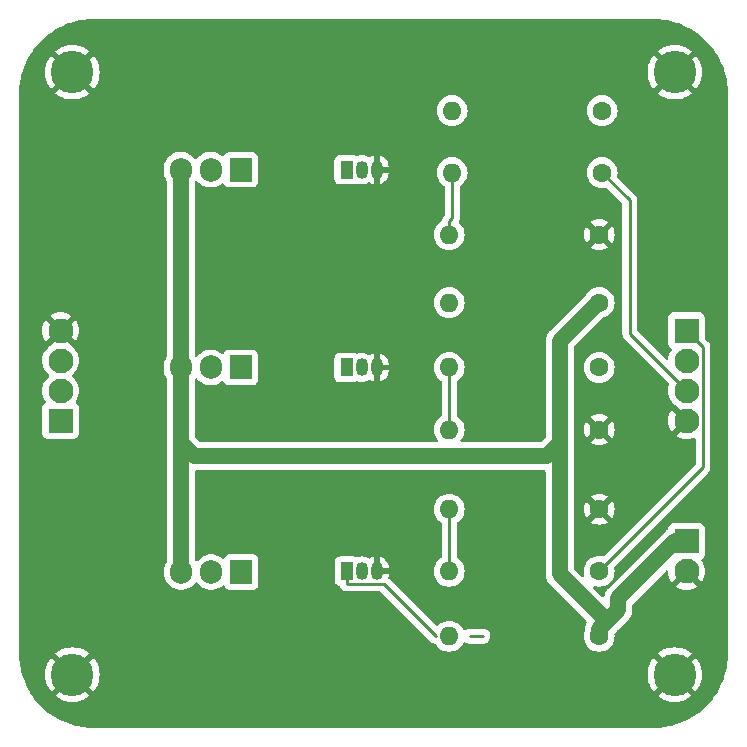
<source format=gbr>
%TF.GenerationSoftware,KiCad,Pcbnew,7.0.8*%
%TF.CreationDate,2023-11-11T13:48:29-05:00*%
%TF.ProjectId,StackLight,53746163-6b4c-4696-9768-742e6b696361,rev?*%
%TF.SameCoordinates,Original*%
%TF.FileFunction,Copper,L2,Bot*%
%TF.FilePolarity,Positive*%
%FSLAX46Y46*%
G04 Gerber Fmt 4.6, Leading zero omitted, Abs format (unit mm)*
G04 Created by KiCad (PCBNEW 7.0.8) date 2023-11-11 13:48:29*
%MOMM*%
%LPD*%
G01*
G04 APERTURE LIST*
%TA.AperFunction,ComponentPad*%
%ADD10R,1.905000X2.000000*%
%TD*%
%TA.AperFunction,ComponentPad*%
%ADD11O,1.905000X2.000000*%
%TD*%
%TA.AperFunction,ComponentPad*%
%ADD12C,3.600000*%
%TD*%
%TA.AperFunction,ComponentPad*%
%ADD13C,1.600000*%
%TD*%
%TA.AperFunction,ComponentPad*%
%ADD14O,1.600000X1.600000*%
%TD*%
%TA.AperFunction,ComponentPad*%
%ADD15R,1.050000X1.500000*%
%TD*%
%TA.AperFunction,ComponentPad*%
%ADD16O,1.050000X1.500000*%
%TD*%
%TA.AperFunction,ComponentPad*%
%ADD17R,2.100000X2.100000*%
%TD*%
%TA.AperFunction,ComponentPad*%
%ADD18C,2.100000*%
%TD*%
%TA.AperFunction,Conductor*%
%ADD19C,1.370000*%
%TD*%
%TA.AperFunction,Conductor*%
%ADD20C,0.250000*%
%TD*%
G04 APERTURE END LIST*
D10*
%TO.P,Q4,1,G*%
%TO.N,Net-(Q3-D)*%
X124500000Y-97250000D03*
D11*
%TO.P,Q4,2,D*%
%TO.N,LED_2*%
X121960000Y-97250000D03*
%TO.P,Q4,3,S*%
%TO.N,+12V*%
X119420000Y-97250000D03*
%TD*%
D12*
%TO.P,H2,1,1*%
%TO.N,LED_GND*%
X161250000Y-72250000D03*
%TD*%
D13*
%TO.P,R5,1*%
%TO.N,ARD_2*%
X154850000Y-97250000D03*
D14*
%TO.P,R5,2*%
%TO.N,Net-(Q3-G)*%
X142150000Y-97250000D03*
%TD*%
D15*
%TO.P,Q1,1,D*%
%TO.N,Net-(Q1-D)*%
X133480000Y-114500000D03*
D16*
%TO.P,Q1,2,G*%
%TO.N,Net-(Q1-G)*%
X134750000Y-114500000D03*
%TO.P,Q1,3,S*%
%TO.N,LED_GND*%
X136020000Y-114500000D03*
%TD*%
D13*
%TO.P,R3,1*%
%TO.N,LED_GND*%
X154850000Y-109250000D03*
D14*
%TO.P,R3,2*%
%TO.N,Net-(Q1-G)*%
X142150000Y-109250000D03*
%TD*%
D10*
%TO.P,Q6,1,G*%
%TO.N,Net-(Q5-D)*%
X124500000Y-80500000D03*
D11*
%TO.P,Q6,2,D*%
%TO.N,LED_3*%
X121960000Y-80500000D03*
%TO.P,Q6,3,S*%
%TO.N,+12V*%
X119420000Y-80500000D03*
%TD*%
D12*
%TO.P,H3,1,1*%
%TO.N,LED_GND*%
X110250000Y-123250000D03*
%TD*%
%TO.P,H1,1,1*%
%TO.N,LED_GND*%
X110250000Y-72250000D03*
%TD*%
D17*
%TO.P,J3,1,Pin_1*%
%TO.N,+12V*%
X162250000Y-111980000D03*
D18*
%TO.P,J3,2,Pin_2*%
%TO.N,LED_GND*%
X162250000Y-114520000D03*
%TD*%
D13*
%TO.P,R8,1*%
%TO.N,ARD_3*%
X155100000Y-80750000D03*
D14*
%TO.P,R8,2*%
%TO.N,Net-(Q5-G)*%
X142400000Y-80750000D03*
%TD*%
D15*
%TO.P,Q3,1,D*%
%TO.N,Net-(Q3-D)*%
X133460000Y-97250000D03*
D16*
%TO.P,Q3,2,G*%
%TO.N,Net-(Q3-G)*%
X134730000Y-97250000D03*
%TO.P,Q3,3,S*%
%TO.N,LED_GND*%
X136000000Y-97250000D03*
%TD*%
D13*
%TO.P,R6,1*%
%TO.N,+12V*%
X154850000Y-91750000D03*
D14*
%TO.P,R6,2*%
%TO.N,Net-(Q3-D)*%
X142150000Y-91750000D03*
%TD*%
D15*
%TO.P,Q5,1,D*%
%TO.N,Net-(Q5-D)*%
X133460000Y-80500000D03*
D16*
%TO.P,Q5,2,G*%
%TO.N,Net-(Q5-G)*%
X134730000Y-80500000D03*
%TO.P,Q5,3,S*%
%TO.N,LED_GND*%
X136000000Y-80500000D03*
%TD*%
D13*
%TO.P,R9,1*%
%TO.N,+12V*%
X155100000Y-75500000D03*
D14*
%TO.P,R9,2*%
%TO.N,Net-(Q5-D)*%
X142400000Y-75500000D03*
%TD*%
D17*
%TO.P,J2,1,Pin_1*%
%TO.N,LED_1*%
X109250000Y-101740000D03*
D18*
%TO.P,J2,2,Pin_2*%
%TO.N,LED_2*%
X109250000Y-99200000D03*
%TO.P,J2,3,Pin_3*%
%TO.N,LED_3*%
X109250000Y-96660000D03*
%TO.P,J2,4,Pin_4*%
%TO.N,LED_GND*%
X109250000Y-94120000D03*
%TD*%
D13*
%TO.P,R7,1*%
%TO.N,LED_GND*%
X154850000Y-86000000D03*
D14*
%TO.P,R7,2*%
%TO.N,Net-(Q5-G)*%
X142150000Y-86000000D03*
%TD*%
D10*
%TO.P,Q2,1,G*%
%TO.N,Net-(Q1-D)*%
X124540000Y-114555000D03*
D11*
%TO.P,Q2,2,D*%
%TO.N,LED_1*%
X122000000Y-114555000D03*
%TO.P,Q2,3,S*%
%TO.N,+12V*%
X119460000Y-114555000D03*
%TD*%
D17*
%TO.P,J1,1,Pin_1*%
%TO.N,ARD_1*%
X162250000Y-94130000D03*
D18*
%TO.P,J1,2,Pin_2*%
%TO.N,ARD_2*%
X162250000Y-96670000D03*
%TO.P,J1,3,Pin_3*%
%TO.N,ARD_3*%
X162250000Y-99210000D03*
%TO.P,J1,4,Pin_4*%
%TO.N,LED_GND*%
X162250000Y-101750000D03*
%TD*%
D13*
%TO.P,R2,1*%
%TO.N,ARD_1*%
X154850000Y-114500000D03*
D14*
%TO.P,R2,2*%
%TO.N,Net-(Q1-G)*%
X142150000Y-114500000D03*
%TD*%
D12*
%TO.P,H4,1,1*%
%TO.N,LED_GND*%
X161250000Y-123250000D03*
%TD*%
D13*
%TO.P,R1,1*%
%TO.N,+12V*%
X154850000Y-120000000D03*
D14*
%TO.P,R1,2*%
%TO.N,Net-(Q1-D)*%
X142150000Y-120000000D03*
%TD*%
D13*
%TO.P,R4,1*%
%TO.N,LED_GND*%
X154850000Y-102500000D03*
D14*
%TO.P,R4,2*%
%TO.N,Net-(Q3-G)*%
X142150000Y-102500000D03*
%TD*%
D19*
%TO.N,+12V*%
X120557000Y-104750000D02*
X119460000Y-103653000D01*
X150403000Y-104750000D02*
X120557000Y-104750000D01*
X151500000Y-103653000D02*
X150403000Y-104750000D01*
X154750000Y-91750000D02*
X154850000Y-91750000D01*
X151500000Y-95000000D02*
X154750000Y-91750000D01*
X151500000Y-103653000D02*
X151500000Y-95000000D01*
X155490000Y-118740000D02*
X151500000Y-114750000D01*
X155490000Y-118740000D02*
X154850000Y-119380000D01*
X151500000Y-114750000D02*
X151500000Y-103653000D01*
X156469000Y-117761000D02*
X155490000Y-118740000D01*
X156469000Y-116781000D02*
X156469000Y-117761000D01*
X161270000Y-111980000D02*
X156469000Y-116781000D01*
X162250000Y-111980000D02*
X161270000Y-111980000D01*
D20*
%TO.N,ARD_3*%
X157442000Y-83091500D02*
X155100000Y-80750000D01*
X157442000Y-94401500D02*
X157442000Y-83091500D01*
X162250000Y-99210000D02*
X157442000Y-94401500D01*
%TO.N,ARD_1*%
X163640000Y-105710000D02*
X154850000Y-114500000D01*
X163640000Y-95519500D02*
X163640000Y-105710000D01*
X162250000Y-94130000D02*
X163640000Y-95519500D01*
%TO.N,Net-(Q5-G)*%
X142400000Y-84623100D02*
X142400000Y-80750000D01*
X142150000Y-84873100D02*
X142400000Y-84623100D01*
X142150000Y-86000000D02*
X142150000Y-84873100D01*
%TO.N,Net-(Q3-G)*%
X142150000Y-102500000D02*
X142150000Y-97250000D01*
D19*
%TO.N,+12V*%
X119420000Y-80500000D02*
X119420000Y-97250000D01*
X154850000Y-119380000D02*
X154850000Y-120000000D01*
X119460000Y-114555000D02*
X119460000Y-103653000D01*
X119420000Y-98576900D02*
X119420000Y-97250000D01*
X119460000Y-98616900D02*
X119420000Y-98576900D01*
X119460000Y-103653000D02*
X119460000Y-98616900D01*
D20*
%TO.N,Net-(Q1-G)*%
X142150000Y-114500000D02*
X142150000Y-109250000D01*
%TO.N,Net-(Q1-D)*%
X133480000Y-115577000D02*
X133480000Y-114500000D01*
X136600000Y-115577000D02*
X133480000Y-115577000D01*
X141023000Y-120000000D02*
X136600000Y-115577000D01*
X145007000Y-120000000D02*
X143880000Y-120000000D01*
%TD*%
%TA.AperFunction,Conductor*%
%TO.N,LED_GND*%
G36*
X159767096Y-67760494D02*
G01*
X159969910Y-67768463D01*
X159974365Y-67768801D01*
X160225846Y-67797137D01*
X160445839Y-67823175D01*
X160450005Y-67823814D01*
X160695240Y-67870215D01*
X160916156Y-67914159D01*
X160920055Y-67915068D01*
X161159704Y-67979282D01*
X161378068Y-68040868D01*
X161381707Y-68042017D01*
X161615202Y-68123720D01*
X161828946Y-68202575D01*
X161832223Y-68203894D01*
X162058575Y-68302650D01*
X162266036Y-68398291D01*
X162269023Y-68399767D01*
X162401854Y-68469970D01*
X162487153Y-68515052D01*
X162686875Y-68626902D01*
X162689536Y-68628482D01*
X162898343Y-68759684D01*
X163047491Y-68859341D01*
X163088900Y-68887010D01*
X163091272Y-68888676D01*
X163289681Y-69035109D01*
X163470887Y-69177959D01*
X163658833Y-69339700D01*
X163828317Y-69496369D01*
X164003630Y-69671682D01*
X164160299Y-69841166D01*
X164322040Y-70029112D01*
X164464890Y-70210318D01*
X164611322Y-70408726D01*
X164612988Y-70411098D01*
X164686092Y-70520504D01*
X164740310Y-70601647D01*
X164770692Y-70650000D01*
X164871516Y-70810462D01*
X164873111Y-70813148D01*
X164891978Y-70846837D01*
X164984946Y-71012844D01*
X165100217Y-71230947D01*
X165101707Y-71233961D01*
X165197349Y-71441424D01*
X165296096Y-71667755D01*
X165297438Y-71671090D01*
X165376296Y-71884845D01*
X165457981Y-72118291D01*
X165459133Y-72121940D01*
X165520727Y-72340332D01*
X165584927Y-72579933D01*
X165585849Y-72583885D01*
X165629799Y-72804840D01*
X165676175Y-73049939D01*
X165676826Y-73054180D01*
X165702870Y-73274219D01*
X165731195Y-73525620D01*
X165731538Y-73530128D01*
X165739512Y-73733077D01*
X165749500Y-74000000D01*
X165749500Y-121500000D01*
X165739512Y-121766922D01*
X165731538Y-121969872D01*
X165731195Y-121974380D01*
X165702869Y-122225790D01*
X165676828Y-122445802D01*
X165676177Y-122450042D01*
X165629797Y-122695170D01*
X165585847Y-122916118D01*
X165584926Y-122920069D01*
X165520719Y-123159696D01*
X165459141Y-123378034D01*
X165457990Y-123381682D01*
X165376277Y-123615207D01*
X165297446Y-123828888D01*
X165296104Y-123832222D01*
X165197338Y-124058600D01*
X165101708Y-124266034D01*
X165100218Y-124269048D01*
X164984940Y-124487166D01*
X164873111Y-124686847D01*
X164871514Y-124689538D01*
X164740305Y-124898360D01*
X164612990Y-125088897D01*
X164611324Y-125091268D01*
X164464890Y-125289681D01*
X164322040Y-125470887D01*
X164160299Y-125658833D01*
X164003630Y-125828317D01*
X163828317Y-126003630D01*
X163658833Y-126160299D01*
X163470887Y-126322040D01*
X163289681Y-126464890D01*
X163091268Y-126611324D01*
X163088897Y-126612990D01*
X162898360Y-126740305D01*
X162689538Y-126871514D01*
X162686847Y-126873111D01*
X162487166Y-126984940D01*
X162269048Y-127100218D01*
X162266034Y-127101708D01*
X162058600Y-127197338D01*
X161832222Y-127296104D01*
X161828888Y-127297446D01*
X161615207Y-127376277D01*
X161381682Y-127457990D01*
X161378034Y-127459141D01*
X161159696Y-127520719D01*
X160920069Y-127584926D01*
X160916118Y-127585847D01*
X160695170Y-127629797D01*
X160450042Y-127676177D01*
X160445802Y-127676828D01*
X160225790Y-127702869D01*
X159974380Y-127731195D01*
X159969872Y-127731538D01*
X159766922Y-127739512D01*
X159500000Y-127749500D01*
X112000000Y-127749500D01*
X111733077Y-127739512D01*
X111530126Y-127731538D01*
X111525618Y-127731195D01*
X111274209Y-127702869D01*
X111054196Y-127676828D01*
X111049956Y-127676177D01*
X110804829Y-127629797D01*
X110583880Y-127585847D01*
X110579928Y-127584926D01*
X110340303Y-127520719D01*
X110121964Y-127459141D01*
X110118316Y-127457990D01*
X109884792Y-127376277D01*
X109671110Y-127297446D01*
X109667776Y-127296104D01*
X109441399Y-127197338D01*
X109233964Y-127101708D01*
X109230950Y-127100218D01*
X109012833Y-126984940D01*
X108813151Y-126873112D01*
X108810460Y-126871514D01*
X108663721Y-126779313D01*
X108601629Y-126740298D01*
X108553795Y-126708336D01*
X108411101Y-126612990D01*
X108408729Y-126611324D01*
X108210318Y-126464890D01*
X108029112Y-126322040D01*
X107841166Y-126160299D01*
X107671682Y-126003630D01*
X107496369Y-125828317D01*
X107339700Y-125658833D01*
X107182701Y-125476397D01*
X107177957Y-125470884D01*
X107035109Y-125289681D01*
X106888674Y-125091269D01*
X106887008Y-125088897D01*
X106834896Y-125010907D01*
X106759695Y-124898360D01*
X106683060Y-124776396D01*
X106628484Y-124689538D01*
X106626886Y-124686847D01*
X106515059Y-124487166D01*
X106399780Y-124269048D01*
X106398290Y-124266034D01*
X106302661Y-124058600D01*
X106203894Y-123832222D01*
X106202558Y-123828903D01*
X106123721Y-123615204D01*
X106042009Y-123381683D01*
X106040863Y-123378054D01*
X106004748Y-123250000D01*
X107945065Y-123250000D01*
X107964784Y-123550852D01*
X107964786Y-123550864D01*
X108023602Y-123846553D01*
X108023607Y-123846573D01*
X108120514Y-124132052D01*
X108120518Y-124132062D01*
X108253868Y-124402469D01*
X108421371Y-124653155D01*
X108421374Y-124653159D01*
X108454973Y-124691470D01*
X108454974Y-124691470D01*
X108952265Y-124194179D01*
X109115130Y-124384870D01*
X109305819Y-124547733D01*
X108808528Y-125045024D01*
X108808528Y-125045025D01*
X108846840Y-125078625D01*
X108846844Y-125078628D01*
X109097530Y-125246131D01*
X109367937Y-125379481D01*
X109367947Y-125379485D01*
X109653426Y-125476392D01*
X109653446Y-125476397D01*
X109949135Y-125535213D01*
X109949147Y-125535215D01*
X110250000Y-125554934D01*
X110550852Y-125535215D01*
X110550864Y-125535213D01*
X110846553Y-125476397D01*
X110846573Y-125476392D01*
X111132052Y-125379485D01*
X111132062Y-125379481D01*
X111402469Y-125246131D01*
X111653157Y-125078627D01*
X111691470Y-125045025D01*
X111691470Y-125045023D01*
X111194180Y-124547733D01*
X111384870Y-124384870D01*
X111547733Y-124194180D01*
X112045023Y-124691470D01*
X112045025Y-124691470D01*
X112078627Y-124653157D01*
X112246131Y-124402469D01*
X112379481Y-124132062D01*
X112379485Y-124132052D01*
X112476392Y-123846573D01*
X112476397Y-123846553D01*
X112535213Y-123550864D01*
X112535215Y-123550852D01*
X112554934Y-123250000D01*
X158945065Y-123250000D01*
X158964784Y-123550852D01*
X158964786Y-123550864D01*
X159023602Y-123846553D01*
X159023607Y-123846573D01*
X159120514Y-124132052D01*
X159120518Y-124132062D01*
X159253868Y-124402469D01*
X159421371Y-124653155D01*
X159421374Y-124653159D01*
X159454973Y-124691470D01*
X159454974Y-124691470D01*
X159952265Y-124194179D01*
X160115130Y-124384870D01*
X160305819Y-124547733D01*
X159808528Y-125045024D01*
X159808528Y-125045025D01*
X159846840Y-125078625D01*
X159846844Y-125078628D01*
X160097530Y-125246131D01*
X160367937Y-125379481D01*
X160367947Y-125379485D01*
X160653426Y-125476392D01*
X160653446Y-125476397D01*
X160949135Y-125535213D01*
X160949147Y-125535215D01*
X161250000Y-125554934D01*
X161550852Y-125535215D01*
X161550864Y-125535213D01*
X161846553Y-125476397D01*
X161846573Y-125476392D01*
X162132052Y-125379485D01*
X162132062Y-125379481D01*
X162402469Y-125246131D01*
X162653157Y-125078627D01*
X162691470Y-125045025D01*
X162691470Y-125045023D01*
X162194180Y-124547733D01*
X162384870Y-124384870D01*
X162547733Y-124194180D01*
X163045023Y-124691470D01*
X163045025Y-124691470D01*
X163078627Y-124653157D01*
X163246131Y-124402469D01*
X163379481Y-124132062D01*
X163379485Y-124132052D01*
X163476392Y-123846573D01*
X163476397Y-123846553D01*
X163535213Y-123550864D01*
X163535215Y-123550852D01*
X163554934Y-123250000D01*
X163535215Y-122949147D01*
X163535213Y-122949135D01*
X163476397Y-122653446D01*
X163476393Y-122653431D01*
X163379483Y-122367944D01*
X163379474Y-122367923D01*
X163246129Y-122097528D01*
X163078633Y-121846851D01*
X163078625Y-121846840D01*
X163045025Y-121808528D01*
X163045024Y-121808528D01*
X162547733Y-122305819D01*
X162384870Y-122115130D01*
X162194179Y-121952265D01*
X162691470Y-121454974D01*
X162691470Y-121454973D01*
X162653159Y-121421374D01*
X162653155Y-121421371D01*
X162402469Y-121253868D01*
X162132062Y-121120518D01*
X162132052Y-121120514D01*
X161846573Y-121023607D01*
X161846553Y-121023602D01*
X161550864Y-120964786D01*
X161550852Y-120964784D01*
X161250000Y-120945065D01*
X160949147Y-120964784D01*
X160949135Y-120964786D01*
X160653446Y-121023602D01*
X160653431Y-121023606D01*
X160367944Y-121120516D01*
X160367923Y-121120525D01*
X160097528Y-121253870D01*
X159846844Y-121421370D01*
X159846837Y-121421376D01*
X159808528Y-121454972D01*
X159808527Y-121454974D01*
X160305819Y-121952266D01*
X160115130Y-122115130D01*
X159952266Y-122305819D01*
X159454974Y-121808527D01*
X159454972Y-121808528D01*
X159421376Y-121846837D01*
X159421370Y-121846844D01*
X159253870Y-122097528D01*
X159120525Y-122367923D01*
X159120516Y-122367944D01*
X159023606Y-122653431D01*
X159023602Y-122653446D01*
X158964786Y-122949135D01*
X158964784Y-122949147D01*
X158945065Y-123250000D01*
X112554934Y-123250000D01*
X112535215Y-122949147D01*
X112535213Y-122949135D01*
X112476397Y-122653446D01*
X112476393Y-122653431D01*
X112379483Y-122367944D01*
X112379474Y-122367923D01*
X112246129Y-122097528D01*
X112078633Y-121846851D01*
X112078625Y-121846840D01*
X112045025Y-121808528D01*
X112045024Y-121808528D01*
X111547733Y-122305819D01*
X111384870Y-122115130D01*
X111194179Y-121952265D01*
X111691470Y-121454974D01*
X111691470Y-121454973D01*
X111653159Y-121421374D01*
X111653155Y-121421371D01*
X111402469Y-121253868D01*
X111132062Y-121120518D01*
X111132052Y-121120514D01*
X110846573Y-121023607D01*
X110846553Y-121023602D01*
X110550864Y-120964786D01*
X110550852Y-120964784D01*
X110250000Y-120945065D01*
X109949147Y-120964784D01*
X109949135Y-120964786D01*
X109653446Y-121023602D01*
X109653431Y-121023606D01*
X109367944Y-121120516D01*
X109367923Y-121120525D01*
X109097528Y-121253870D01*
X108846844Y-121421370D01*
X108846837Y-121421376D01*
X108808528Y-121454972D01*
X108808527Y-121454974D01*
X109305819Y-121952266D01*
X109115130Y-122115130D01*
X108952266Y-122305819D01*
X108454974Y-121808527D01*
X108454972Y-121808528D01*
X108421376Y-121846837D01*
X108421370Y-121846844D01*
X108253870Y-122097528D01*
X108120525Y-122367923D01*
X108120516Y-122367944D01*
X108023606Y-122653431D01*
X108023602Y-122653446D01*
X107964786Y-122949135D01*
X107964784Y-122949147D01*
X107945065Y-123250000D01*
X106004748Y-123250000D01*
X105979280Y-123159696D01*
X105915069Y-122920057D01*
X105914158Y-122916154D01*
X105870197Y-122695144D01*
X105823818Y-122450022D01*
X105823173Y-122445823D01*
X105797148Y-122225948D01*
X105768801Y-121974361D01*
X105768463Y-121969914D01*
X105760494Y-121767096D01*
X105750500Y-121500000D01*
X105750500Y-121499500D01*
X105750500Y-99200000D01*
X107694706Y-99200000D01*
X107713853Y-99443297D01*
X107770830Y-99680619D01*
X107864222Y-99906089D01*
X107977449Y-100090857D01*
X107995694Y-100158303D01*
X107974578Y-100224905D01*
X107946034Y-100254913D01*
X107842452Y-100332455D01*
X107756206Y-100447664D01*
X107756202Y-100447671D01*
X107705908Y-100582517D01*
X107704483Y-100595777D01*
X107699501Y-100642123D01*
X107699500Y-100642135D01*
X107699500Y-102837870D01*
X107699501Y-102837876D01*
X107705908Y-102897483D01*
X107756202Y-103032328D01*
X107756206Y-103032335D01*
X107842452Y-103147544D01*
X107842455Y-103147547D01*
X107957664Y-103233793D01*
X107957671Y-103233797D01*
X108092517Y-103284091D01*
X108092516Y-103284091D01*
X108099444Y-103284835D01*
X108152127Y-103290500D01*
X110347872Y-103290499D01*
X110407483Y-103284091D01*
X110542331Y-103233796D01*
X110657546Y-103147546D01*
X110743796Y-103032331D01*
X110794091Y-102897483D01*
X110800500Y-102837873D01*
X110800499Y-100642128D01*
X110794091Y-100582517D01*
X110743796Y-100447669D01*
X110743795Y-100447668D01*
X110743793Y-100447664D01*
X110657547Y-100332455D01*
X110657544Y-100332452D01*
X110553966Y-100254913D01*
X110512095Y-100198979D01*
X110507111Y-100129288D01*
X110522548Y-100090860D01*
X110635777Y-99906089D01*
X110729172Y-99680612D01*
X110786146Y-99443302D01*
X110805294Y-99200000D01*
X110786146Y-98956698D01*
X110729172Y-98719388D01*
X110727344Y-98714974D01*
X110635777Y-98493910D01*
X110508262Y-98285826D01*
X110508261Y-98285823D01*
X110383303Y-98139516D01*
X110349759Y-98100241D01*
X110349757Y-98100239D01*
X110349756Y-98100238D01*
X110260832Y-98024290D01*
X110222638Y-97965784D01*
X110222139Y-97895916D01*
X110259493Y-97836869D01*
X110260832Y-97835710D01*
X110292276Y-97808853D01*
X110349759Y-97759759D01*
X110508259Y-97574179D01*
X110635777Y-97366089D01*
X110639293Y-97357600D01*
X117967000Y-97357600D01*
X117969960Y-97393329D01*
X117981904Y-97537472D01*
X118041017Y-97770905D01*
X118105652Y-97918259D01*
X118137745Y-97991422D01*
X118213572Y-98107483D01*
X118214309Y-98108611D01*
X118234496Y-98175501D01*
X118234500Y-98176433D01*
X118234500Y-98548074D01*
X118234434Y-98550937D01*
X118230692Y-98631888D01*
X118233041Y-98648725D01*
X118241708Y-98710866D01*
X118241885Y-98712130D01*
X118242215Y-98714974D01*
X118249692Y-98795662D01*
X118249694Y-98795672D01*
X118256056Y-98818037D01*
X118257830Y-98826443D01*
X118261044Y-98849480D01*
X118268072Y-98870449D01*
X118274500Y-98909856D01*
X118274500Y-103624174D01*
X118274434Y-103627037D01*
X118270692Y-103707985D01*
X118273242Y-103726269D01*
X118273905Y-103731017D01*
X118274500Y-103739593D01*
X118274500Y-113628566D01*
X118254815Y-113695605D01*
X118254309Y-113696387D01*
X118177744Y-113813578D01*
X118081017Y-114034094D01*
X118021904Y-114267527D01*
X118007000Y-114447402D01*
X118007000Y-114662598D01*
X118021904Y-114842472D01*
X118081017Y-115075905D01*
X118126715Y-115180087D01*
X118177745Y-115296422D01*
X118309449Y-115498010D01*
X118472537Y-115675171D01*
X118662561Y-115823072D01*
X118806672Y-115901061D01*
X118857862Y-115928764D01*
X118874336Y-115937679D01*
X118992598Y-115978278D01*
X119102083Y-116015865D01*
X119102085Y-116015865D01*
X119102087Y-116015866D01*
X119339601Y-116055500D01*
X119339602Y-116055500D01*
X119580398Y-116055500D01*
X119580399Y-116055500D01*
X119817913Y-116015866D01*
X120045664Y-115937679D01*
X120257439Y-115823072D01*
X120447463Y-115675171D01*
X120610551Y-115498010D01*
X120626190Y-115474071D01*
X120679336Y-115428714D01*
X120748567Y-115419290D01*
X120811904Y-115448791D01*
X120833808Y-115474070D01*
X120849449Y-115498010D01*
X121012537Y-115675171D01*
X121202561Y-115823072D01*
X121346672Y-115901061D01*
X121397862Y-115928764D01*
X121414336Y-115937679D01*
X121532598Y-115978278D01*
X121642083Y-116015865D01*
X121642085Y-116015865D01*
X121642087Y-116015866D01*
X121879601Y-116055500D01*
X121879602Y-116055500D01*
X122120398Y-116055500D01*
X122120399Y-116055500D01*
X122357913Y-116015866D01*
X122585664Y-115937679D01*
X122797439Y-115823072D01*
X122939931Y-115712165D01*
X123004923Y-115686524D01*
X123073463Y-115700090D01*
X123123788Y-115748558D01*
X123132274Y-115766687D01*
X123143702Y-115797328D01*
X123143706Y-115797335D01*
X123229952Y-115912544D01*
X123229955Y-115912547D01*
X123345164Y-115998793D01*
X123345171Y-115998797D01*
X123480017Y-116049091D01*
X123480016Y-116049091D01*
X123486944Y-116049835D01*
X123539627Y-116055500D01*
X125540372Y-116055499D01*
X125599983Y-116049091D01*
X125734831Y-115998796D01*
X125850046Y-115912546D01*
X125936296Y-115797331D01*
X125986591Y-115662483D01*
X125993000Y-115602873D01*
X125993000Y-115297870D01*
X132454500Y-115297870D01*
X132454501Y-115297876D01*
X132460908Y-115357483D01*
X132511202Y-115492328D01*
X132511206Y-115492335D01*
X132597452Y-115607544D01*
X132597455Y-115607547D01*
X132712664Y-115693793D01*
X132712671Y-115693797D01*
X132729544Y-115700090D01*
X132824516Y-115735512D01*
X132880449Y-115777383D01*
X132899112Y-115813371D01*
X132902264Y-115823070D01*
X132909534Y-115845443D01*
X132913907Y-115852333D01*
X132924503Y-115873129D01*
X132927511Y-115880726D01*
X132927513Y-115880731D01*
X132961265Y-115927187D01*
X132963455Y-115930409D01*
X132994213Y-115978876D01*
X133000164Y-115984464D01*
X133015604Y-116001978D01*
X133020403Y-116008585D01*
X133064647Y-116045187D01*
X133067567Y-116047761D01*
X133109418Y-116087062D01*
X133116578Y-116090998D01*
X133135879Y-116104114D01*
X133142177Y-116109324D01*
X133142178Y-116109324D01*
X133142179Y-116109325D01*
X133194125Y-116133769D01*
X133197592Y-116135535D01*
X133207507Y-116140986D01*
X133247903Y-116163195D01*
X133247905Y-116163195D01*
X133247908Y-116163197D01*
X133253205Y-116164556D01*
X133255814Y-116165227D01*
X133277777Y-116173133D01*
X133285174Y-116176614D01*
X133341576Y-116187373D01*
X133345362Y-116188219D01*
X133400981Y-116202500D01*
X133409153Y-116202500D01*
X133432385Y-116204696D01*
X133433989Y-116205001D01*
X133440412Y-116206227D01*
X133497724Y-116202621D01*
X133501597Y-116202500D01*
X136289548Y-116202500D01*
X136356587Y-116222185D01*
X136377229Y-116238819D01*
X140608523Y-120470114D01*
X140608527Y-120470117D01*
X140608530Y-120470120D01*
X140702064Y-120542674D01*
X140847105Y-120605438D01*
X140900392Y-120613877D01*
X140951692Y-120622003D01*
X141014826Y-120651932D01*
X141033869Y-120673353D01*
X141149954Y-120839141D01*
X141310858Y-121000045D01*
X141310861Y-121000047D01*
X141497266Y-121130568D01*
X141703504Y-121226739D01*
X141923308Y-121285635D01*
X142085230Y-121299801D01*
X142149998Y-121305468D01*
X142150000Y-121305468D01*
X142150002Y-121305468D01*
X142206673Y-121300509D01*
X142376692Y-121285635D01*
X142596496Y-121226739D01*
X142802734Y-121130568D01*
X142989139Y-121000047D01*
X143150047Y-120839139D01*
X143280568Y-120652734D01*
X143324602Y-120558302D01*
X143370773Y-120505864D01*
X143437966Y-120486712D01*
X143504847Y-120506927D01*
X143509295Y-120509995D01*
X143568739Y-120542674D01*
X143647908Y-120586197D01*
X143800981Y-120625500D01*
X143800984Y-120625500D01*
X145046348Y-120625500D01*
X145046350Y-120625500D01*
X145046355Y-120625499D01*
X145046359Y-120625499D01*
X145059088Y-120623890D01*
X145163792Y-120610664D01*
X145310732Y-120552486D01*
X145424099Y-120470120D01*
X145438583Y-120459597D01*
X145438584Y-120459596D01*
X145438583Y-120459596D01*
X145438587Y-120459594D01*
X145539324Y-120337823D01*
X145606614Y-120194826D01*
X145636227Y-120039588D01*
X145626304Y-119881862D01*
X145577467Y-119731559D01*
X145492786Y-119598123D01*
X145377582Y-119489938D01*
X145377579Y-119489936D01*
X145377577Y-119489934D01*
X145239095Y-119413804D01*
X145239087Y-119413801D01*
X145086021Y-119374500D01*
X145086019Y-119374500D01*
X143840650Y-119374500D01*
X143840640Y-119374500D01*
X143723208Y-119389336D01*
X143723206Y-119389336D01*
X143576269Y-119447513D01*
X143576261Y-119447518D01*
X143512008Y-119494200D01*
X143446202Y-119517679D01*
X143378148Y-119501853D01*
X143329454Y-119451747D01*
X143326742Y-119446286D01*
X143280568Y-119347266D01*
X143150047Y-119160861D01*
X143150045Y-119160858D01*
X142989141Y-118999954D01*
X142802734Y-118869432D01*
X142802732Y-118869431D01*
X142596497Y-118773261D01*
X142596488Y-118773258D01*
X142376697Y-118714366D01*
X142376693Y-118714365D01*
X142376692Y-118714365D01*
X142376691Y-118714364D01*
X142376686Y-118714364D01*
X142150002Y-118694532D01*
X142149998Y-118694532D01*
X141923313Y-118714364D01*
X141923302Y-118714366D01*
X141703511Y-118773258D01*
X141703502Y-118773261D01*
X141497267Y-118869431D01*
X141497265Y-118869432D01*
X141310862Y-118999951D01*
X141196882Y-119113931D01*
X141135559Y-119147415D01*
X141065867Y-119142431D01*
X141021520Y-119113930D01*
X137100803Y-115193212D01*
X137090980Y-115180950D01*
X137090759Y-115181134D01*
X137085786Y-115175122D01*
X137039796Y-115131935D01*
X137004401Y-115071694D01*
X137006020Y-115005547D01*
X137030169Y-114925937D01*
X137045000Y-114775357D01*
X137045000Y-114750000D01*
X136299560Y-114750000D01*
X136338278Y-114707941D01*
X136388551Y-114593330D01*
X136396284Y-114500001D01*
X140844532Y-114500001D01*
X140864364Y-114726686D01*
X140864366Y-114726697D01*
X140923258Y-114946488D01*
X140923261Y-114946497D01*
X141019431Y-115152732D01*
X141019432Y-115152734D01*
X141149954Y-115339141D01*
X141310858Y-115500045D01*
X141310861Y-115500047D01*
X141497266Y-115630568D01*
X141703504Y-115726739D01*
X141923308Y-115785635D01*
X142085230Y-115799801D01*
X142149998Y-115805468D01*
X142150000Y-115805468D01*
X142150002Y-115805468D01*
X142206673Y-115800509D01*
X142376692Y-115785635D01*
X142596496Y-115726739D01*
X142802734Y-115630568D01*
X142989139Y-115500047D01*
X143150047Y-115339139D01*
X143280568Y-115152734D01*
X143376739Y-114946496D01*
X143435635Y-114726692D01*
X143455468Y-114500000D01*
X143435635Y-114273308D01*
X143376739Y-114053504D01*
X143280568Y-113847266D01*
X143150047Y-113660861D01*
X143150045Y-113660858D01*
X142989140Y-113499953D01*
X142828377Y-113387386D01*
X142784752Y-113332809D01*
X142775500Y-113285811D01*
X142775500Y-110464188D01*
X142795185Y-110397149D01*
X142828377Y-110362613D01*
X142876836Y-110328681D01*
X142989139Y-110250047D01*
X143150047Y-110089139D01*
X143280568Y-109902734D01*
X143376739Y-109696496D01*
X143435635Y-109476692D01*
X143455468Y-109250000D01*
X143435635Y-109023308D01*
X143376739Y-108803504D01*
X143280568Y-108597266D01*
X143150047Y-108410861D01*
X143150045Y-108410858D01*
X142989141Y-108249954D01*
X142802734Y-108119432D01*
X142802732Y-108119431D01*
X142596497Y-108023261D01*
X142596488Y-108023258D01*
X142376697Y-107964366D01*
X142376693Y-107964365D01*
X142376692Y-107964365D01*
X142376691Y-107964364D01*
X142376686Y-107964364D01*
X142150002Y-107944532D01*
X142149998Y-107944532D01*
X141923313Y-107964364D01*
X141923302Y-107964366D01*
X141703511Y-108023258D01*
X141703502Y-108023261D01*
X141497267Y-108119431D01*
X141497265Y-108119432D01*
X141310858Y-108249954D01*
X141149954Y-108410858D01*
X141019432Y-108597265D01*
X141019431Y-108597267D01*
X140923261Y-108803502D01*
X140923258Y-108803511D01*
X140864366Y-109023302D01*
X140864364Y-109023313D01*
X140844532Y-109249998D01*
X140844532Y-109250001D01*
X140864364Y-109476686D01*
X140864366Y-109476697D01*
X140923258Y-109696488D01*
X140923261Y-109696497D01*
X141019431Y-109902732D01*
X141019432Y-109902734D01*
X141149954Y-110089141D01*
X141310858Y-110250045D01*
X141471623Y-110362613D01*
X141515248Y-110417189D01*
X141524500Y-110464188D01*
X141524500Y-113285811D01*
X141504815Y-113352850D01*
X141471623Y-113387386D01*
X141310859Y-113499953D01*
X141149954Y-113660858D01*
X141019432Y-113847265D01*
X141019431Y-113847267D01*
X140923261Y-114053502D01*
X140923258Y-114053511D01*
X140864366Y-114273302D01*
X140864364Y-114273313D01*
X140844532Y-114499998D01*
X140844532Y-114500001D01*
X136396284Y-114500001D01*
X136398886Y-114468605D01*
X136368163Y-114347281D01*
X136304606Y-114250000D01*
X137045000Y-114250000D01*
X137045000Y-114224642D01*
X137030170Y-114074067D01*
X136971556Y-113880845D01*
X136876384Y-113702790D01*
X136876379Y-113702784D01*
X136748292Y-113546707D01*
X136592215Y-113418620D01*
X136592209Y-113418615D01*
X136414150Y-113323441D01*
X136270000Y-113279712D01*
X136270000Y-114219382D01*
X136200948Y-114165637D01*
X136082576Y-114125000D01*
X135988927Y-114125000D01*
X135896554Y-114140414D01*
X135786486Y-114199981D01*
X135774369Y-114213142D01*
X135770299Y-114171808D01*
X135770000Y-114165728D01*
X135770000Y-113279712D01*
X135625849Y-113323441D01*
X135443983Y-113420651D01*
X135375580Y-113434893D01*
X135327077Y-113420651D01*
X135144345Y-113322978D01*
X134951031Y-113264337D01*
X134750000Y-113244538D01*
X134548968Y-113264337D01*
X134410959Y-113306202D01*
X134355659Y-113322977D01*
X134355658Y-113322977D01*
X134354575Y-113323306D01*
X134284708Y-113323929D01*
X134255618Y-113309529D01*
X134255114Y-113310454D01*
X134247328Y-113306202D01*
X134112482Y-113255908D01*
X134112483Y-113255908D01*
X134052883Y-113249501D01*
X134052881Y-113249500D01*
X134052873Y-113249500D01*
X134052864Y-113249500D01*
X132907129Y-113249500D01*
X132907123Y-113249501D01*
X132847516Y-113255908D01*
X132712671Y-113306202D01*
X132712664Y-113306206D01*
X132597455Y-113392452D01*
X132597452Y-113392455D01*
X132511206Y-113507664D01*
X132511202Y-113507671D01*
X132460908Y-113642517D01*
X132454501Y-113702116D01*
X132454500Y-113702135D01*
X132454500Y-115297870D01*
X125993000Y-115297870D01*
X125992999Y-113507128D01*
X125986591Y-113447517D01*
X125981858Y-113434828D01*
X125936297Y-113312671D01*
X125936293Y-113312664D01*
X125850047Y-113197455D01*
X125850044Y-113197452D01*
X125734835Y-113111206D01*
X125734828Y-113111202D01*
X125599982Y-113060908D01*
X125599983Y-113060908D01*
X125540383Y-113054501D01*
X125540381Y-113054500D01*
X125540373Y-113054500D01*
X125540364Y-113054500D01*
X123539629Y-113054500D01*
X123539623Y-113054501D01*
X123480016Y-113060908D01*
X123345171Y-113111202D01*
X123345164Y-113111206D01*
X123229955Y-113197452D01*
X123229952Y-113197455D01*
X123143706Y-113312664D01*
X123143700Y-113312675D01*
X123132273Y-113343313D01*
X123090402Y-113399247D01*
X123024937Y-113423663D01*
X122956664Y-113408811D01*
X122939930Y-113397832D01*
X122797447Y-113286933D01*
X122797441Y-113286929D01*
X122585665Y-113172321D01*
X122585656Y-113172318D01*
X122357916Y-113094134D01*
X122158800Y-113060908D01*
X122120399Y-113054500D01*
X121879601Y-113054500D01*
X121841200Y-113060908D01*
X121642083Y-113094134D01*
X121414343Y-113172318D01*
X121414334Y-113172321D01*
X121202558Y-113286929D01*
X121096559Y-113369432D01*
X121012537Y-113434829D01*
X121012534Y-113434831D01*
X121012527Y-113434838D01*
X120860729Y-113599735D01*
X120800842Y-113635726D01*
X120731004Y-113633625D01*
X120673388Y-113594101D01*
X120646287Y-113529701D01*
X120645500Y-113515752D01*
X120645500Y-106059500D01*
X120665185Y-105992461D01*
X120717989Y-105946706D01*
X120769500Y-105935500D01*
X150190500Y-105935500D01*
X150257539Y-105955185D01*
X150303294Y-106007989D01*
X150314500Y-106059500D01*
X150314500Y-114721174D01*
X150314434Y-114724037D01*
X150310692Y-114804988D01*
X150321885Y-114885230D01*
X150322215Y-114888074D01*
X150329692Y-114968762D01*
X150329694Y-114968772D01*
X150336056Y-114991137D01*
X150337830Y-114999543D01*
X150341043Y-115022578D01*
X150341045Y-115022584D01*
X150357504Y-115071694D01*
X150366796Y-115099416D01*
X150367643Y-115102152D01*
X150389817Y-115180085D01*
X150389819Y-115180091D01*
X150400185Y-115200909D01*
X150403473Y-115208848D01*
X150410865Y-115230899D01*
X150410869Y-115230908D01*
X150450293Y-115301687D01*
X150451629Y-115304221D01*
X150487745Y-115376753D01*
X150487750Y-115376761D01*
X150501766Y-115395320D01*
X150506460Y-115402524D01*
X150517774Y-115422838D01*
X150569534Y-115485170D01*
X150571310Y-115487411D01*
X150620152Y-115552088D01*
X150675871Y-115602883D01*
X150680039Y-115606682D01*
X150682110Y-115608660D01*
X153770378Y-118696928D01*
X153803863Y-118758251D01*
X153798879Y-118827943D01*
X153791027Y-118844947D01*
X153760865Y-118899098D01*
X153760865Y-118899099D01*
X153753472Y-118921154D01*
X153750184Y-118929093D01*
X153739820Y-118949907D01*
X153739815Y-118949920D01*
X153717644Y-119027839D01*
X153716798Y-119030572D01*
X153691045Y-119107414D01*
X153691043Y-119107421D01*
X153687829Y-119130456D01*
X153686056Y-119138861D01*
X153679694Y-119161225D01*
X153679693Y-119161230D01*
X153672214Y-119241927D01*
X153671884Y-119244769D01*
X153660692Y-119325009D01*
X153660692Y-119325011D01*
X153664434Y-119405961D01*
X153664500Y-119408824D01*
X153664500Y-119437576D01*
X153652882Y-119489980D01*
X153623263Y-119553497D01*
X153623258Y-119553511D01*
X153564366Y-119773302D01*
X153564364Y-119773313D01*
X153544532Y-119999998D01*
X153544532Y-120000001D01*
X153564364Y-120226686D01*
X153564366Y-120226697D01*
X153623258Y-120446488D01*
X153623261Y-120446497D01*
X153719431Y-120652732D01*
X153719432Y-120652734D01*
X153849954Y-120839141D01*
X154010858Y-121000045D01*
X154010861Y-121000047D01*
X154197266Y-121130568D01*
X154403504Y-121226739D01*
X154623308Y-121285635D01*
X154785230Y-121299801D01*
X154849998Y-121305468D01*
X154850000Y-121305468D01*
X154850002Y-121305468D01*
X154906673Y-121300509D01*
X155076692Y-121285635D01*
X155296496Y-121226739D01*
X155502734Y-121130568D01*
X155689139Y-121000047D01*
X155850047Y-120839139D01*
X155980568Y-120652734D01*
X156076739Y-120446496D01*
X156135635Y-120226692D01*
X156155468Y-120000000D01*
X156140482Y-119828709D01*
X156154249Y-119760209D01*
X156176325Y-119730224D01*
X156367033Y-119539518D01*
X156367033Y-119539517D01*
X156371364Y-119535187D01*
X156371374Y-119535175D01*
X156389581Y-119516967D01*
X156405955Y-119500596D01*
X157133291Y-118773258D01*
X157286899Y-118619649D01*
X157288938Y-118617702D01*
X157348848Y-118563088D01*
X157397702Y-118498393D01*
X157399439Y-118496200D01*
X157451224Y-118433840D01*
X157462543Y-118413515D01*
X157467222Y-118406334D01*
X157481251Y-118387759D01*
X157517370Y-118315218D01*
X157518705Y-118312688D01*
X157558134Y-118241901D01*
X157558135Y-118241900D01*
X157565526Y-118219842D01*
X157568814Y-118211905D01*
X157579182Y-118191087D01*
X157601358Y-118113142D01*
X157602190Y-118110453D01*
X157627955Y-118033584D01*
X157631167Y-118010554D01*
X157632942Y-118002139D01*
X157635510Y-117993109D01*
X157639307Y-117979768D01*
X157646784Y-117899069D01*
X157647113Y-117896237D01*
X157658308Y-117815985D01*
X157654566Y-117735037D01*
X157654500Y-117732174D01*
X157654500Y-117323411D01*
X157674185Y-117256372D01*
X157690814Y-117235735D01*
X160483955Y-114442593D01*
X160545274Y-114409111D01*
X160614966Y-114414095D01*
X160670899Y-114455967D01*
X160695250Y-114520548D01*
X160714348Y-114763219D01*
X160771303Y-115000457D01*
X160864668Y-115225861D01*
X160988504Y-115427942D01*
X161724070Y-114692375D01*
X161726884Y-114705915D01*
X161796442Y-114840156D01*
X161899638Y-114950652D01*
X162028819Y-115029209D01*
X162080002Y-115043549D01*
X161342056Y-115781494D01*
X161544138Y-115905331D01*
X161769542Y-115998696D01*
X162006780Y-116055651D01*
X162006779Y-116055651D01*
X162250000Y-116074792D01*
X162493219Y-116055651D01*
X162730457Y-115998696D01*
X162955861Y-115905331D01*
X163157942Y-115781494D01*
X162421568Y-115045121D01*
X162538458Y-114994349D01*
X162655739Y-114898934D01*
X162742928Y-114775415D01*
X162773354Y-114689802D01*
X163511494Y-115427942D01*
X163635331Y-115225861D01*
X163728696Y-115000457D01*
X163785651Y-114763219D01*
X163804792Y-114520000D01*
X163785651Y-114276780D01*
X163728696Y-114039542D01*
X163635331Y-113814138D01*
X163522149Y-113629442D01*
X163503904Y-113561996D01*
X163525020Y-113495394D01*
X163553560Y-113465389D01*
X163657546Y-113387546D01*
X163743796Y-113272331D01*
X163794091Y-113137483D01*
X163800500Y-113077873D01*
X163800499Y-110882128D01*
X163794091Y-110822517D01*
X163743796Y-110687669D01*
X163743795Y-110687668D01*
X163743793Y-110687664D01*
X163657547Y-110572455D01*
X163657544Y-110572452D01*
X163542335Y-110486206D01*
X163542328Y-110486202D01*
X163407482Y-110435908D01*
X163407483Y-110435908D01*
X163347883Y-110429501D01*
X163347881Y-110429500D01*
X163347873Y-110429500D01*
X163347864Y-110429500D01*
X161152129Y-110429500D01*
X161152123Y-110429501D01*
X161092516Y-110435908D01*
X160957671Y-110486202D01*
X160957664Y-110486206D01*
X160842455Y-110572452D01*
X160842452Y-110572455D01*
X160756206Y-110687664D01*
X160756202Y-110687671D01*
X160705908Y-110822516D01*
X160700129Y-110876273D01*
X160673391Y-110940824D01*
X160647413Y-110963768D01*
X160647813Y-110964297D01*
X160624673Y-110981768D01*
X160617477Y-110986458D01*
X160597160Y-110997775D01*
X160534822Y-111049539D01*
X160532578Y-111051316D01*
X160467918Y-111100146D01*
X160467909Y-111100154D01*
X160413317Y-111160038D01*
X160411340Y-111162109D01*
X155651109Y-115922340D01*
X155649038Y-115924317D01*
X155589154Y-115978909D01*
X155589147Y-115978917D01*
X155540316Y-116043578D01*
X155538539Y-116045822D01*
X155514484Y-116074792D01*
X155490133Y-116104118D01*
X155486774Y-116108163D01*
X155475458Y-116128477D01*
X155470769Y-116135672D01*
X155456752Y-116154235D01*
X155456741Y-116154254D01*
X155420628Y-116226778D01*
X155419293Y-116229310D01*
X155379865Y-116300098D01*
X155379865Y-116300099D01*
X155372472Y-116322154D01*
X155369184Y-116330093D01*
X155358820Y-116350907D01*
X155358815Y-116350920D01*
X155336644Y-116428839D01*
X155335798Y-116431572D01*
X155310045Y-116508414D01*
X155310043Y-116508421D01*
X155306829Y-116531456D01*
X155305056Y-116539861D01*
X155298694Y-116562225D01*
X155298691Y-116562238D01*
X155296781Y-116582847D01*
X155270992Y-116647783D01*
X155214189Y-116688467D01*
X155144408Y-116691984D01*
X155085630Y-116659080D01*
X154388934Y-115962384D01*
X154355449Y-115901061D01*
X154360433Y-115831369D01*
X154402305Y-115775436D01*
X154467769Y-115751019D01*
X154508706Y-115754927D01*
X154623308Y-115785635D01*
X154785230Y-115799801D01*
X154849998Y-115805468D01*
X154850000Y-115805468D01*
X154850002Y-115805468D01*
X154906673Y-115800509D01*
X155076692Y-115785635D01*
X155296496Y-115726739D01*
X155502734Y-115630568D01*
X155689139Y-115500047D01*
X155850047Y-115339139D01*
X155980568Y-115152734D01*
X156076739Y-114946496D01*
X156135635Y-114726692D01*
X156155468Y-114500000D01*
X156135635Y-114273308D01*
X156117318Y-114204948D01*
X156118981Y-114135103D01*
X156149410Y-114085179D01*
X164023788Y-106210801D01*
X164036042Y-106200986D01*
X164035859Y-106200764D01*
X164041866Y-106195792D01*
X164041877Y-106195786D01*
X164072775Y-106162882D01*
X164089227Y-106145364D01*
X164099671Y-106134918D01*
X164110120Y-106124471D01*
X164114379Y-106118978D01*
X164118152Y-106114561D01*
X164150062Y-106080582D01*
X164159713Y-106063024D01*
X164170396Y-106046761D01*
X164182673Y-106030936D01*
X164201185Y-105988153D01*
X164203738Y-105982941D01*
X164226197Y-105942092D01*
X164231180Y-105922680D01*
X164237481Y-105904280D01*
X164245437Y-105885896D01*
X164252729Y-105839852D01*
X164253906Y-105834171D01*
X164265500Y-105789019D01*
X164265500Y-105768983D01*
X164267027Y-105749582D01*
X164270160Y-105729804D01*
X164265775Y-105683415D01*
X164265500Y-105677577D01*
X164265500Y-95602172D01*
X164267227Y-95586509D01*
X164266951Y-95586483D01*
X164267683Y-95578720D01*
X164265500Y-95509643D01*
X164265500Y-95480151D01*
X164265500Y-95480150D01*
X164264620Y-95473193D01*
X164264164Y-95467398D01*
X164262691Y-95420760D01*
X164257118Y-95401593D01*
X164253165Y-95382514D01*
X164250664Y-95362708D01*
X164233483Y-95319312D01*
X164231593Y-95313794D01*
X164218572Y-95269006D01*
X164208409Y-95251828D01*
X164199838Y-95234336D01*
X164192487Y-95215769D01*
X164192485Y-95215767D01*
X164165058Y-95178017D01*
X164161856Y-95173142D01*
X164138101Y-95132992D01*
X164138100Y-95132990D01*
X164123977Y-95118871D01*
X164111330Y-95104066D01*
X164099593Y-95087912D01*
X164099589Y-95087908D01*
X164063641Y-95058169D01*
X164059326Y-95054244D01*
X163836834Y-94831832D01*
X163803338Y-94770515D01*
X163800499Y-94744135D01*
X163800499Y-93032129D01*
X163800498Y-93032123D01*
X163800497Y-93032116D01*
X163794091Y-92972517D01*
X163759796Y-92880568D01*
X163743797Y-92837671D01*
X163743793Y-92837664D01*
X163657547Y-92722455D01*
X163657544Y-92722452D01*
X163542335Y-92636206D01*
X163542328Y-92636202D01*
X163407482Y-92585908D01*
X163407483Y-92585908D01*
X163347883Y-92579501D01*
X163347881Y-92579500D01*
X163347873Y-92579500D01*
X163347864Y-92579500D01*
X161152129Y-92579500D01*
X161152123Y-92579501D01*
X161092516Y-92585908D01*
X160957671Y-92636202D01*
X160957664Y-92636206D01*
X160842455Y-92722452D01*
X160842452Y-92722455D01*
X160756206Y-92837664D01*
X160756202Y-92837671D01*
X160705908Y-92972517D01*
X160701650Y-93012127D01*
X160699501Y-93032123D01*
X160699500Y-93032135D01*
X160699500Y-95227870D01*
X160699501Y-95227876D01*
X160705908Y-95287483D01*
X160756202Y-95422328D01*
X160756206Y-95422335D01*
X160842452Y-95537544D01*
X160842455Y-95537547D01*
X160946033Y-95615086D01*
X160987904Y-95671019D01*
X160992888Y-95740711D01*
X160977449Y-95779142D01*
X160864222Y-95963910D01*
X160770830Y-96189380D01*
X160713853Y-96426702D01*
X160708521Y-96494452D01*
X160683637Y-96559740D01*
X160627405Y-96601210D01*
X160557680Y-96605697D01*
X160497217Y-96572399D01*
X160484559Y-96559740D01*
X159467337Y-95542411D01*
X158103814Y-94178745D01*
X158070332Y-94117420D01*
X158067500Y-94091068D01*
X158067500Y-83174200D01*
X158069226Y-83158558D01*
X158068945Y-83158532D01*
X158069676Y-83150778D01*
X158069679Y-83150766D01*
X158067500Y-83081651D01*
X158067500Y-83052150D01*
X158066623Y-83045211D01*
X158066168Y-83039443D01*
X158064699Y-82992807D01*
X158059119Y-82973612D01*
X158055169Y-82954542D01*
X158052664Y-82934708D01*
X158035494Y-82891343D01*
X158033603Y-82885818D01*
X158020592Y-82841052D01*
X158020591Y-82841048D01*
X158020589Y-82841044D01*
X158020588Y-82841042D01*
X158010412Y-82823840D01*
X158001846Y-82806358D01*
X157994486Y-82787768D01*
X157967073Y-82750037D01*
X157963870Y-82745161D01*
X157940131Y-82705030D01*
X157940126Y-82705024D01*
X157925988Y-82690888D01*
X157913346Y-82676087D01*
X157901594Y-82659912D01*
X157865666Y-82630191D01*
X157861347Y-82626262D01*
X156399460Y-81164687D01*
X156365969Y-81103367D01*
X156367358Y-81044901D01*
X156373788Y-81020905D01*
X156385635Y-80976692D01*
X156405468Y-80750000D01*
X156385635Y-80523308D01*
X156326739Y-80303504D01*
X156230568Y-80097266D01*
X156100047Y-79910861D01*
X156100045Y-79910858D01*
X155939141Y-79749954D01*
X155752734Y-79619432D01*
X155752732Y-79619431D01*
X155546497Y-79523261D01*
X155546488Y-79523258D01*
X155326697Y-79464366D01*
X155326693Y-79464365D01*
X155326692Y-79464365D01*
X155326691Y-79464364D01*
X155326686Y-79464364D01*
X155100002Y-79444532D01*
X155099998Y-79444532D01*
X154873313Y-79464364D01*
X154873302Y-79464366D01*
X154653511Y-79523258D01*
X154653502Y-79523261D01*
X154447267Y-79619431D01*
X154447265Y-79619432D01*
X154260858Y-79749954D01*
X154099954Y-79910858D01*
X153969432Y-80097265D01*
X153969431Y-80097267D01*
X153873261Y-80303502D01*
X153873258Y-80303511D01*
X153814366Y-80523302D01*
X153814364Y-80523313D01*
X153794532Y-80749998D01*
X153794532Y-80750000D01*
X153814364Y-80976686D01*
X153814366Y-80976697D01*
X153873258Y-81196488D01*
X153873261Y-81196497D01*
X153969431Y-81402732D01*
X153969432Y-81402734D01*
X154099954Y-81589141D01*
X154260858Y-81750045D01*
X154261508Y-81750500D01*
X154447266Y-81880568D01*
X154653504Y-81976739D01*
X154873308Y-82035635D01*
X155030231Y-82049364D01*
X155099998Y-82055468D01*
X155100000Y-82055468D01*
X155100002Y-82055468D01*
X155169769Y-82049364D01*
X155326692Y-82035635D01*
X155395192Y-82017280D01*
X155465041Y-82018943D01*
X155514956Y-82049363D01*
X156780172Y-83314309D01*
X156813663Y-83375628D01*
X156816500Y-83401999D01*
X156816500Y-94318739D01*
X156814777Y-94334342D01*
X156815065Y-94334370D01*
X156814330Y-94342134D01*
X156816500Y-94411279D01*
X156816500Y-94440849D01*
X156817367Y-94447723D01*
X156817824Y-94453540D01*
X156819286Y-94500096D01*
X156824878Y-94519349D01*
X156828821Y-94538388D01*
X156831336Y-94558293D01*
X156831336Y-94558294D01*
X156848482Y-94601600D01*
X156850375Y-94607131D01*
X156863367Y-94651856D01*
X156863368Y-94651857D01*
X156863369Y-94651860D01*
X156873576Y-94669120D01*
X156882133Y-94686589D01*
X156889514Y-94705231D01*
X156889514Y-94705232D01*
X156916890Y-94742912D01*
X156920100Y-94747799D01*
X156943809Y-94787893D01*
X156943810Y-94787895D01*
X156957988Y-94802074D01*
X156970620Y-94816866D01*
X156982402Y-94833083D01*
X156982403Y-94833084D01*
X156982405Y-94833085D01*
X156982406Y-94833087D01*
X157017268Y-94861927D01*
X157018285Y-94862768D01*
X157022610Y-94866704D01*
X160745658Y-98590138D01*
X160779140Y-98651463D01*
X160774152Y-98721155D01*
X160772539Y-98725252D01*
X160770835Y-98729366D01*
X160770829Y-98729384D01*
X160713853Y-98966702D01*
X160694706Y-99210000D01*
X160713853Y-99453297D01*
X160770830Y-99690619D01*
X160864222Y-99916089D01*
X160991737Y-100124173D01*
X160991738Y-100124176D01*
X161045449Y-100187063D01*
X161150241Y-100309759D01*
X161293261Y-100431909D01*
X161307926Y-100454374D01*
X162078431Y-101224878D01*
X161961542Y-101275651D01*
X161844261Y-101371066D01*
X161757072Y-101494585D01*
X161726645Y-101580197D01*
X160988504Y-100842056D01*
X160864668Y-101044141D01*
X160864665Y-101044146D01*
X160771303Y-101269542D01*
X160714348Y-101506780D01*
X160695207Y-101750000D01*
X160714348Y-101993219D01*
X160771303Y-102230457D01*
X160864668Y-102455861D01*
X160988504Y-102657942D01*
X161724070Y-101922376D01*
X161726884Y-101935915D01*
X161796442Y-102070156D01*
X161899638Y-102180652D01*
X162028819Y-102259209D01*
X162080001Y-102273549D01*
X161342056Y-103011494D01*
X161544138Y-103135331D01*
X161769542Y-103228696D01*
X162006780Y-103285651D01*
X162006779Y-103285651D01*
X162250000Y-103304792D01*
X162493219Y-103285651D01*
X162730457Y-103228696D01*
X162843047Y-103182060D01*
X162912516Y-103174591D01*
X162974996Y-103205866D01*
X163010648Y-103265955D01*
X163014500Y-103296621D01*
X163014500Y-105399546D01*
X162994815Y-105466585D01*
X162978181Y-105487227D01*
X155264821Y-113200586D01*
X155203498Y-113234071D01*
X155145048Y-113232680D01*
X155076697Y-113214366D01*
X155076693Y-113214365D01*
X155076692Y-113214365D01*
X154963346Y-113204448D01*
X154850001Y-113194532D01*
X154849998Y-113194532D01*
X154623313Y-113214364D01*
X154623302Y-113214366D01*
X154403511Y-113273258D01*
X154403502Y-113273261D01*
X154197267Y-113369431D01*
X154197265Y-113369432D01*
X154010858Y-113499954D01*
X153849954Y-113660858D01*
X153719432Y-113847265D01*
X153719431Y-113847267D01*
X153623261Y-114053502D01*
X153623258Y-114053511D01*
X153564366Y-114273302D01*
X153564364Y-114273313D01*
X153544532Y-114499998D01*
X153544532Y-114500001D01*
X153564364Y-114726686D01*
X153564366Y-114726697D01*
X153595071Y-114841291D01*
X153593408Y-114911141D01*
X153554245Y-114969003D01*
X153490016Y-114996507D01*
X153421114Y-114984920D01*
X153387615Y-114961065D01*
X152721819Y-114295269D01*
X152688334Y-114233946D01*
X152685500Y-114207588D01*
X152685500Y-109250002D01*
X153545034Y-109250002D01*
X153564858Y-109476599D01*
X153564860Y-109476610D01*
X153623730Y-109696317D01*
X153623734Y-109696326D01*
X153719865Y-109902481D01*
X153719866Y-109902483D01*
X153770973Y-109975471D01*
X153770974Y-109975472D01*
X154452046Y-109294399D01*
X154464835Y-109375148D01*
X154522359Y-109488045D01*
X154611955Y-109577641D01*
X154724852Y-109635165D01*
X154805599Y-109647953D01*
X154124526Y-110329025D01*
X154124526Y-110329026D01*
X154197512Y-110380131D01*
X154197516Y-110380133D01*
X154403673Y-110476265D01*
X154403682Y-110476269D01*
X154623389Y-110535139D01*
X154623400Y-110535141D01*
X154849998Y-110554966D01*
X154850002Y-110554966D01*
X155076599Y-110535141D01*
X155076610Y-110535139D01*
X155296317Y-110476269D01*
X155296331Y-110476264D01*
X155502478Y-110380136D01*
X155575472Y-110329025D01*
X154894401Y-109647953D01*
X154975148Y-109635165D01*
X155088045Y-109577641D01*
X155177641Y-109488045D01*
X155235165Y-109375148D01*
X155247953Y-109294400D01*
X155929025Y-109975472D01*
X155980136Y-109902478D01*
X156076264Y-109696331D01*
X156076269Y-109696317D01*
X156135139Y-109476610D01*
X156135141Y-109476599D01*
X156154966Y-109250002D01*
X156154966Y-109249997D01*
X156135141Y-109023400D01*
X156135139Y-109023389D01*
X156076269Y-108803682D01*
X156076265Y-108803673D01*
X155980133Y-108597516D01*
X155980131Y-108597512D01*
X155929026Y-108524526D01*
X155929025Y-108524526D01*
X155247953Y-109205598D01*
X155235165Y-109124852D01*
X155177641Y-109011955D01*
X155088045Y-108922359D01*
X154975148Y-108864835D01*
X154894400Y-108852046D01*
X155575472Y-108170974D01*
X155575471Y-108170973D01*
X155502483Y-108119866D01*
X155502481Y-108119865D01*
X155296326Y-108023734D01*
X155296317Y-108023730D01*
X155076610Y-107964860D01*
X155076599Y-107964858D01*
X154850002Y-107945034D01*
X154849998Y-107945034D01*
X154623400Y-107964858D01*
X154623389Y-107964860D01*
X154403682Y-108023730D01*
X154403673Y-108023734D01*
X154197513Y-108119868D01*
X154124527Y-108170972D01*
X154124526Y-108170973D01*
X154805600Y-108852046D01*
X154724852Y-108864835D01*
X154611955Y-108922359D01*
X154522359Y-109011955D01*
X154464835Y-109124852D01*
X154452046Y-109205599D01*
X153770973Y-108524526D01*
X153770972Y-108524527D01*
X153719868Y-108597513D01*
X153623734Y-108803673D01*
X153623730Y-108803682D01*
X153564860Y-109023389D01*
X153564858Y-109023400D01*
X153545034Y-109249997D01*
X153545034Y-109250002D01*
X152685500Y-109250002D01*
X152685500Y-103739593D01*
X152686095Y-103731017D01*
X152689308Y-103707985D01*
X152685566Y-103627037D01*
X152685500Y-103624174D01*
X152685500Y-102500002D01*
X153545034Y-102500002D01*
X153564858Y-102726599D01*
X153564860Y-102726610D01*
X153623730Y-102946317D01*
X153623734Y-102946326D01*
X153719865Y-103152481D01*
X153719866Y-103152483D01*
X153770973Y-103225471D01*
X153770974Y-103225472D01*
X154452046Y-102544399D01*
X154464835Y-102625148D01*
X154522359Y-102738045D01*
X154611955Y-102827641D01*
X154724852Y-102885165D01*
X154805599Y-102897953D01*
X154124526Y-103579025D01*
X154124526Y-103579026D01*
X154197512Y-103630131D01*
X154197516Y-103630133D01*
X154403673Y-103726265D01*
X154403682Y-103726269D01*
X154623389Y-103785139D01*
X154623400Y-103785141D01*
X154849998Y-103804966D01*
X154850002Y-103804966D01*
X155076599Y-103785141D01*
X155076610Y-103785139D01*
X155296317Y-103726269D01*
X155296331Y-103726264D01*
X155502478Y-103630136D01*
X155575472Y-103579025D01*
X154894401Y-102897953D01*
X154975148Y-102885165D01*
X155088045Y-102827641D01*
X155177641Y-102738045D01*
X155235165Y-102625148D01*
X155247953Y-102544400D01*
X155929025Y-103225472D01*
X155980136Y-103152478D01*
X156076264Y-102946331D01*
X156076269Y-102946317D01*
X156135139Y-102726610D01*
X156135141Y-102726599D01*
X156154966Y-102500002D01*
X156154966Y-102499997D01*
X156135141Y-102273400D01*
X156135139Y-102273389D01*
X156076269Y-102053682D01*
X156076265Y-102053673D01*
X155980133Y-101847516D01*
X155980131Y-101847512D01*
X155929026Y-101774526D01*
X155929025Y-101774526D01*
X155247953Y-102455598D01*
X155235165Y-102374852D01*
X155177641Y-102261955D01*
X155088045Y-102172359D01*
X154975148Y-102114835D01*
X154894400Y-102102046D01*
X155575472Y-101420974D01*
X155575471Y-101420973D01*
X155502483Y-101369866D01*
X155502481Y-101369865D01*
X155296326Y-101273734D01*
X155296317Y-101273730D01*
X155076610Y-101214860D01*
X155076599Y-101214858D01*
X154850002Y-101195034D01*
X154849998Y-101195034D01*
X154623400Y-101214858D01*
X154623389Y-101214860D01*
X154403682Y-101273730D01*
X154403673Y-101273734D01*
X154197513Y-101369868D01*
X154124527Y-101420972D01*
X154124526Y-101420973D01*
X154805600Y-102102046D01*
X154724852Y-102114835D01*
X154611955Y-102172359D01*
X154522359Y-102261955D01*
X154464835Y-102374852D01*
X154452046Y-102455599D01*
X153770973Y-101774526D01*
X153770972Y-101774527D01*
X153719868Y-101847513D01*
X153623734Y-102053673D01*
X153623730Y-102053682D01*
X153564860Y-102273389D01*
X153564858Y-102273400D01*
X153545034Y-102499997D01*
X153545034Y-102500002D01*
X152685500Y-102500002D01*
X152685500Y-97250001D01*
X153544532Y-97250001D01*
X153564364Y-97476686D01*
X153564366Y-97476697D01*
X153623258Y-97696488D01*
X153623261Y-97696497D01*
X153719431Y-97902732D01*
X153719432Y-97902734D01*
X153849954Y-98089141D01*
X154010858Y-98250045D01*
X154010861Y-98250047D01*
X154197266Y-98380568D01*
X154403504Y-98476739D01*
X154403509Y-98476740D01*
X154403511Y-98476741D01*
X154436805Y-98485662D01*
X154623308Y-98535635D01*
X154781934Y-98549513D01*
X154849998Y-98555468D01*
X154850000Y-98555468D01*
X154850002Y-98555468D01*
X154906673Y-98550509D01*
X155076692Y-98535635D01*
X155296496Y-98476739D01*
X155502734Y-98380568D01*
X155689139Y-98250047D01*
X155850047Y-98089139D01*
X155980568Y-97902734D01*
X156076739Y-97696496D01*
X156135635Y-97476692D01*
X156155468Y-97250000D01*
X156135635Y-97023308D01*
X156076739Y-96803504D01*
X155980568Y-96597266D01*
X155850047Y-96410861D01*
X155850045Y-96410858D01*
X155689141Y-96249954D01*
X155502734Y-96119432D01*
X155502732Y-96119431D01*
X155296497Y-96023261D01*
X155296488Y-96023258D01*
X155076697Y-95964366D01*
X155076693Y-95964365D01*
X155076692Y-95964365D01*
X155076691Y-95964364D01*
X155076686Y-95964364D01*
X154850002Y-95944532D01*
X154849998Y-95944532D01*
X154623313Y-95964364D01*
X154623302Y-95964366D01*
X154403511Y-96023258D01*
X154403502Y-96023261D01*
X154197267Y-96119431D01*
X154197265Y-96119432D01*
X154010858Y-96249954D01*
X153849954Y-96410858D01*
X153719432Y-96597265D01*
X153719431Y-96597267D01*
X153623261Y-96803502D01*
X153623258Y-96803511D01*
X153564366Y-97023302D01*
X153564364Y-97023313D01*
X153544532Y-97249998D01*
X153544532Y-97250001D01*
X152685500Y-97250001D01*
X152685500Y-95542411D01*
X152705185Y-95475372D01*
X152721814Y-95454735D01*
X155140929Y-93035619D01*
X155196513Y-93003528D01*
X155296496Y-92976739D01*
X155502734Y-92880568D01*
X155689139Y-92750047D01*
X155850047Y-92589139D01*
X155980568Y-92402734D01*
X156076739Y-92196496D01*
X156135635Y-91976692D01*
X156155468Y-91750000D01*
X156135635Y-91523308D01*
X156076739Y-91303504D01*
X155980568Y-91097266D01*
X155850047Y-90910861D01*
X155850045Y-90910858D01*
X155689141Y-90749954D01*
X155502734Y-90619432D01*
X155502732Y-90619431D01*
X155296497Y-90523261D01*
X155296488Y-90523258D01*
X155076697Y-90464366D01*
X155076693Y-90464365D01*
X155076692Y-90464365D01*
X155076691Y-90464364D01*
X155076686Y-90464364D01*
X154850002Y-90444532D01*
X154849998Y-90444532D01*
X154623313Y-90464364D01*
X154623302Y-90464366D01*
X154403511Y-90523258D01*
X154403502Y-90523261D01*
X154197267Y-90619431D01*
X154197265Y-90619432D01*
X154010858Y-90749954D01*
X153849953Y-90910859D01*
X153719435Y-91097259D01*
X153718370Y-91099105D01*
X153698665Y-91124783D01*
X150682109Y-94141340D01*
X150680038Y-94143317D01*
X150620154Y-94197909D01*
X150620147Y-94197917D01*
X150571316Y-94262578D01*
X150569539Y-94264822D01*
X150517774Y-94327163D01*
X150506458Y-94347477D01*
X150501769Y-94354672D01*
X150487752Y-94373235D01*
X150487741Y-94373254D01*
X150451628Y-94445778D01*
X150450293Y-94448310D01*
X150410865Y-94519098D01*
X150410865Y-94519099D01*
X150403472Y-94541154D01*
X150400184Y-94549093D01*
X150389820Y-94569907D01*
X150389815Y-94569920D01*
X150367644Y-94647839D01*
X150366798Y-94650572D01*
X150341045Y-94727414D01*
X150341043Y-94727421D01*
X150337829Y-94750456D01*
X150336056Y-94758861D01*
X150329694Y-94781225D01*
X150329693Y-94781230D01*
X150322214Y-94861927D01*
X150321884Y-94864769D01*
X150310692Y-94945009D01*
X150310692Y-94945011D01*
X150314434Y-95025961D01*
X150314500Y-95028824D01*
X150314500Y-103110588D01*
X150294815Y-103177627D01*
X150278181Y-103198269D01*
X149948269Y-103528181D01*
X149886946Y-103561666D01*
X149860588Y-103564500D01*
X143224049Y-103564500D01*
X143157010Y-103544815D01*
X143111255Y-103492011D01*
X143101311Y-103422853D01*
X143130336Y-103359297D01*
X143136368Y-103352819D01*
X143150045Y-103339141D01*
X143150047Y-103339139D01*
X143280568Y-103152734D01*
X143376739Y-102946496D01*
X143435635Y-102726692D01*
X143455468Y-102500000D01*
X143435635Y-102273308D01*
X143376739Y-102053504D01*
X143280568Y-101847266D01*
X143150047Y-101660861D01*
X143150045Y-101660858D01*
X142989140Y-101499953D01*
X142828377Y-101387386D01*
X142784752Y-101332809D01*
X142775500Y-101285811D01*
X142775500Y-98464188D01*
X142795185Y-98397149D01*
X142828377Y-98362613D01*
X142920821Y-98297883D01*
X142989139Y-98250047D01*
X143150047Y-98089139D01*
X143280568Y-97902734D01*
X143376739Y-97696496D01*
X143435635Y-97476692D01*
X143455468Y-97250000D01*
X143435635Y-97023308D01*
X143376739Y-96803504D01*
X143280568Y-96597266D01*
X143150047Y-96410861D01*
X143150045Y-96410858D01*
X142989141Y-96249954D01*
X142802734Y-96119432D01*
X142802732Y-96119431D01*
X142596497Y-96023261D01*
X142596488Y-96023258D01*
X142376697Y-95964366D01*
X142376693Y-95964365D01*
X142376692Y-95964365D01*
X142376691Y-95964364D01*
X142376686Y-95964364D01*
X142150002Y-95944532D01*
X142149998Y-95944532D01*
X141923313Y-95964364D01*
X141923302Y-95964366D01*
X141703511Y-96023258D01*
X141703502Y-96023261D01*
X141497267Y-96119431D01*
X141497265Y-96119432D01*
X141310858Y-96249954D01*
X141149954Y-96410858D01*
X141019432Y-96597265D01*
X141019431Y-96597267D01*
X140923261Y-96803502D01*
X140923258Y-96803511D01*
X140864366Y-97023302D01*
X140864364Y-97023313D01*
X140844532Y-97249998D01*
X140844532Y-97250001D01*
X140864364Y-97476686D01*
X140864366Y-97476697D01*
X140923258Y-97696488D01*
X140923261Y-97696497D01*
X141019431Y-97902732D01*
X141019432Y-97902734D01*
X141149954Y-98089141D01*
X141310858Y-98250045D01*
X141471623Y-98362613D01*
X141515248Y-98417189D01*
X141524500Y-98464188D01*
X141524500Y-101285811D01*
X141504815Y-101352850D01*
X141471623Y-101387386D01*
X141310859Y-101499953D01*
X141149954Y-101660858D01*
X141019432Y-101847265D01*
X141019431Y-101847267D01*
X140923261Y-102053502D01*
X140923258Y-102053511D01*
X140864366Y-102273302D01*
X140864364Y-102273313D01*
X140844532Y-102499998D01*
X140844532Y-102500001D01*
X140864364Y-102726686D01*
X140864366Y-102726697D01*
X140923258Y-102946488D01*
X140923261Y-102946497D01*
X141019431Y-103152732D01*
X141019432Y-103152734D01*
X141149954Y-103339141D01*
X141163632Y-103352819D01*
X141197117Y-103414142D01*
X141192133Y-103483834D01*
X141150261Y-103539767D01*
X141084797Y-103564184D01*
X141075951Y-103564500D01*
X121099412Y-103564500D01*
X121032373Y-103544815D01*
X121011731Y-103528181D01*
X120681819Y-103198269D01*
X120648334Y-103136946D01*
X120645500Y-103110588D01*
X120645500Y-98645740D01*
X120645566Y-98642877D01*
X120647199Y-98607544D01*
X120649309Y-98561916D01*
X120638111Y-98481644D01*
X120637782Y-98478803D01*
X120630307Y-98398133D01*
X120630306Y-98398127D01*
X120623941Y-98375759D01*
X120622167Y-98367345D01*
X120618955Y-98344319D01*
X120618955Y-98344316D01*
X120618953Y-98344310D01*
X120614723Y-98331689D01*
X120612081Y-98261870D01*
X120647607Y-98201706D01*
X120710020Y-98170299D01*
X120779505Y-98177621D01*
X120823522Y-98208298D01*
X120972537Y-98370171D01*
X121128908Y-98491879D01*
X121146359Y-98505462D01*
X121162561Y-98518072D01*
X121374336Y-98632679D01*
X121492598Y-98673278D01*
X121602083Y-98710865D01*
X121602085Y-98710865D01*
X121602087Y-98710866D01*
X121839601Y-98750500D01*
X121839602Y-98750500D01*
X122080398Y-98750500D01*
X122080399Y-98750500D01*
X122317913Y-98710866D01*
X122545664Y-98632679D01*
X122757439Y-98518072D01*
X122899931Y-98407165D01*
X122964923Y-98381524D01*
X123033463Y-98395090D01*
X123083788Y-98443558D01*
X123092274Y-98461687D01*
X123103702Y-98492328D01*
X123103706Y-98492335D01*
X123189952Y-98607544D01*
X123189955Y-98607547D01*
X123305164Y-98693793D01*
X123305171Y-98693797D01*
X123440017Y-98744091D01*
X123440016Y-98744091D01*
X123446944Y-98744835D01*
X123499627Y-98750500D01*
X125500372Y-98750499D01*
X125559983Y-98744091D01*
X125694831Y-98693796D01*
X125810046Y-98607546D01*
X125896296Y-98492331D01*
X125946591Y-98357483D01*
X125953000Y-98297873D01*
X125953000Y-98047870D01*
X132434500Y-98047870D01*
X132434501Y-98047876D01*
X132440908Y-98107483D01*
X132491202Y-98242328D01*
X132491206Y-98242335D01*
X132577452Y-98357544D01*
X132577455Y-98357547D01*
X132692664Y-98443793D01*
X132692671Y-98443797D01*
X132827517Y-98494091D01*
X132827516Y-98494091D01*
X132834444Y-98494835D01*
X132887127Y-98500500D01*
X134032872Y-98500499D01*
X134092483Y-98494091D01*
X134227331Y-98443796D01*
X134227335Y-98443792D01*
X134235118Y-98439544D01*
X134236252Y-98441621D01*
X134289715Y-98421671D01*
X134334576Y-98426694D01*
X134335656Y-98427021D01*
X134335659Y-98427023D01*
X134528967Y-98485662D01*
X134730000Y-98505462D01*
X134931033Y-98485662D01*
X135124341Y-98427023D01*
X135174471Y-98400228D01*
X135307078Y-98329348D01*
X135375480Y-98315106D01*
X135423985Y-98329348D01*
X135605848Y-98426557D01*
X135750000Y-98470285D01*
X135750000Y-97584270D01*
X135750299Y-97578190D01*
X135753073Y-97550019D01*
X135754629Y-97534220D01*
X135819052Y-97584363D01*
X135937424Y-97625000D01*
X136031073Y-97625000D01*
X136123446Y-97609586D01*
X136233514Y-97550019D01*
X136250000Y-97532110D01*
X136250000Y-98470285D01*
X136394153Y-98426557D01*
X136572209Y-98331384D01*
X136572215Y-98331379D01*
X136728292Y-98203292D01*
X136856379Y-98047215D01*
X136856384Y-98047209D01*
X136951556Y-97869154D01*
X137010170Y-97675932D01*
X137025000Y-97525357D01*
X137025000Y-97500000D01*
X136279560Y-97500000D01*
X136318278Y-97457941D01*
X136368551Y-97343330D01*
X136378886Y-97218605D01*
X136348163Y-97097281D01*
X136284606Y-97000000D01*
X137025000Y-97000000D01*
X137025000Y-96974642D01*
X137010170Y-96824067D01*
X136951556Y-96630845D01*
X136856384Y-96452790D01*
X136856379Y-96452784D01*
X136728292Y-96296707D01*
X136572215Y-96168620D01*
X136572209Y-96168615D01*
X136394150Y-96073441D01*
X136250000Y-96029712D01*
X136250000Y-96969382D01*
X136180948Y-96915637D01*
X136062576Y-96875000D01*
X135968927Y-96875000D01*
X135876554Y-96890414D01*
X135766486Y-96949981D01*
X135754369Y-96963142D01*
X135753073Y-96949981D01*
X135750299Y-96921808D01*
X135750000Y-96915728D01*
X135750000Y-96029712D01*
X135605849Y-96073441D01*
X135423983Y-96170651D01*
X135355580Y-96184893D01*
X135307077Y-96170651D01*
X135124345Y-96072978D01*
X134931031Y-96014337D01*
X134730000Y-95994538D01*
X134528968Y-96014337D01*
X134390959Y-96056202D01*
X134335659Y-96072977D01*
X134335658Y-96072977D01*
X134334575Y-96073306D01*
X134264708Y-96073929D01*
X134235618Y-96059529D01*
X134235114Y-96060454D01*
X134227328Y-96056202D01*
X134092482Y-96005908D01*
X134092483Y-96005908D01*
X134032883Y-95999501D01*
X134032881Y-95999500D01*
X134032873Y-95999500D01*
X134032864Y-95999500D01*
X132887129Y-95999500D01*
X132887123Y-95999501D01*
X132827516Y-96005908D01*
X132692671Y-96056202D01*
X132692664Y-96056206D01*
X132577455Y-96142452D01*
X132577452Y-96142455D01*
X132491206Y-96257664D01*
X132491202Y-96257671D01*
X132440908Y-96392517D01*
X132434501Y-96452116D01*
X132434500Y-96452135D01*
X132434500Y-98047870D01*
X125953000Y-98047870D01*
X125952999Y-96202128D01*
X125946591Y-96142517D01*
X125941858Y-96129828D01*
X125896297Y-96007671D01*
X125896293Y-96007664D01*
X125810047Y-95892455D01*
X125810044Y-95892452D01*
X125694835Y-95806206D01*
X125694828Y-95806202D01*
X125559982Y-95755908D01*
X125559983Y-95755908D01*
X125500383Y-95749501D01*
X125500381Y-95749500D01*
X125500373Y-95749500D01*
X125500364Y-95749500D01*
X123499629Y-95749500D01*
X123499623Y-95749501D01*
X123440016Y-95755908D01*
X123305171Y-95806202D01*
X123305164Y-95806206D01*
X123189955Y-95892452D01*
X123189952Y-95892455D01*
X123103706Y-96007664D01*
X123103700Y-96007675D01*
X123092273Y-96038313D01*
X123050402Y-96094247D01*
X122984937Y-96118663D01*
X122916664Y-96103811D01*
X122899930Y-96092832D01*
X122757447Y-95981933D01*
X122757441Y-95981929D01*
X122545665Y-95867321D01*
X122545656Y-95867318D01*
X122317916Y-95789134D01*
X122118800Y-95755908D01*
X122080399Y-95749500D01*
X121839601Y-95749500D01*
X121801721Y-95755821D01*
X121602083Y-95789134D01*
X121374343Y-95867318D01*
X121374334Y-95867321D01*
X121162558Y-95981929D01*
X121028456Y-96086305D01*
X120972537Y-96129829D01*
X120972534Y-96129831D01*
X120972527Y-96129838D01*
X120820729Y-96294735D01*
X120760842Y-96330726D01*
X120691004Y-96328625D01*
X120633388Y-96289101D01*
X120606287Y-96224701D01*
X120605500Y-96210752D01*
X120605500Y-91750001D01*
X140844532Y-91750001D01*
X140864364Y-91976686D01*
X140864366Y-91976697D01*
X140923258Y-92196488D01*
X140923261Y-92196497D01*
X141019431Y-92402732D01*
X141019432Y-92402734D01*
X141149954Y-92589141D01*
X141310858Y-92750045D01*
X141310861Y-92750047D01*
X141497266Y-92880568D01*
X141703504Y-92976739D01*
X141923308Y-93035635D01*
X142085230Y-93049801D01*
X142149998Y-93055468D01*
X142150000Y-93055468D01*
X142150002Y-93055468D01*
X142206673Y-93050509D01*
X142376692Y-93035635D01*
X142596496Y-92976739D01*
X142802734Y-92880568D01*
X142989139Y-92750047D01*
X143150047Y-92589139D01*
X143280568Y-92402734D01*
X143376739Y-92196496D01*
X143435635Y-91976692D01*
X143455468Y-91750000D01*
X143435635Y-91523308D01*
X143376739Y-91303504D01*
X143280568Y-91097266D01*
X143150047Y-90910861D01*
X143150045Y-90910858D01*
X142989141Y-90749954D01*
X142802734Y-90619432D01*
X142802732Y-90619431D01*
X142596497Y-90523261D01*
X142596488Y-90523258D01*
X142376697Y-90464366D01*
X142376693Y-90464365D01*
X142376692Y-90464365D01*
X142376691Y-90464364D01*
X142376686Y-90464364D01*
X142150002Y-90444532D01*
X142149998Y-90444532D01*
X141923313Y-90464364D01*
X141923302Y-90464366D01*
X141703511Y-90523258D01*
X141703502Y-90523261D01*
X141497267Y-90619431D01*
X141497265Y-90619432D01*
X141310858Y-90749954D01*
X141149954Y-90910858D01*
X141019432Y-91097265D01*
X141019431Y-91097267D01*
X140923261Y-91303502D01*
X140923258Y-91303511D01*
X140864366Y-91523302D01*
X140864364Y-91523313D01*
X140844532Y-91749998D01*
X140844532Y-91750001D01*
X120605500Y-91750001D01*
X120605500Y-86000001D01*
X140844532Y-86000001D01*
X140864364Y-86226686D01*
X140864366Y-86226697D01*
X140923258Y-86446488D01*
X140923261Y-86446497D01*
X141019431Y-86652732D01*
X141019432Y-86652734D01*
X141149954Y-86839141D01*
X141310858Y-87000045D01*
X141310861Y-87000047D01*
X141497266Y-87130568D01*
X141703504Y-87226739D01*
X141923308Y-87285635D01*
X142085230Y-87299801D01*
X142149998Y-87305468D01*
X142150000Y-87305468D01*
X142150002Y-87305468D01*
X142206673Y-87300509D01*
X142376692Y-87285635D01*
X142596496Y-87226739D01*
X142802734Y-87130568D01*
X142989139Y-87000047D01*
X143150047Y-86839139D01*
X143280568Y-86652734D01*
X143376739Y-86446496D01*
X143435635Y-86226692D01*
X143455468Y-86000002D01*
X153545034Y-86000002D01*
X153564858Y-86226599D01*
X153564860Y-86226610D01*
X153623730Y-86446317D01*
X153623734Y-86446326D01*
X153719865Y-86652481D01*
X153719866Y-86652483D01*
X153770973Y-86725471D01*
X153770974Y-86725472D01*
X154452046Y-86044399D01*
X154464835Y-86125148D01*
X154522359Y-86238045D01*
X154611955Y-86327641D01*
X154724852Y-86385165D01*
X154805599Y-86397953D01*
X154124526Y-87079025D01*
X154124526Y-87079026D01*
X154197512Y-87130131D01*
X154197516Y-87130133D01*
X154403673Y-87226265D01*
X154403682Y-87226269D01*
X154623389Y-87285139D01*
X154623400Y-87285141D01*
X154849998Y-87304966D01*
X154850002Y-87304966D01*
X155076599Y-87285141D01*
X155076610Y-87285139D01*
X155296317Y-87226269D01*
X155296331Y-87226264D01*
X155502478Y-87130136D01*
X155575472Y-87079025D01*
X154894401Y-86397953D01*
X154975148Y-86385165D01*
X155088045Y-86327641D01*
X155177641Y-86238045D01*
X155235165Y-86125148D01*
X155247953Y-86044400D01*
X155929025Y-86725472D01*
X155980136Y-86652478D01*
X156076264Y-86446331D01*
X156076269Y-86446317D01*
X156135139Y-86226610D01*
X156135141Y-86226599D01*
X156154966Y-86000002D01*
X156154966Y-85999997D01*
X156135141Y-85773400D01*
X156135139Y-85773389D01*
X156076269Y-85553682D01*
X156076265Y-85553673D01*
X155980133Y-85347516D01*
X155980131Y-85347512D01*
X155929026Y-85274526D01*
X155929025Y-85274526D01*
X155247953Y-85955598D01*
X155235165Y-85874852D01*
X155177641Y-85761955D01*
X155088045Y-85672359D01*
X154975148Y-85614835D01*
X154894400Y-85602046D01*
X155575472Y-84920974D01*
X155575471Y-84920973D01*
X155502483Y-84869866D01*
X155502481Y-84869865D01*
X155296326Y-84773734D01*
X155296317Y-84773730D01*
X155076610Y-84714860D01*
X155076599Y-84714858D01*
X154850002Y-84695034D01*
X154849998Y-84695034D01*
X154623400Y-84714858D01*
X154623389Y-84714860D01*
X154403682Y-84773730D01*
X154403673Y-84773734D01*
X154197513Y-84869868D01*
X154124527Y-84920972D01*
X154124526Y-84920973D01*
X154805600Y-85602046D01*
X154724852Y-85614835D01*
X154611955Y-85672359D01*
X154522359Y-85761955D01*
X154464835Y-85874852D01*
X154452046Y-85955599D01*
X153770973Y-85274526D01*
X153770972Y-85274527D01*
X153719868Y-85347513D01*
X153623734Y-85553673D01*
X153623730Y-85553682D01*
X153564860Y-85773389D01*
X153564858Y-85773400D01*
X153545034Y-85999997D01*
X153545034Y-86000002D01*
X143455468Y-86000002D01*
X143455468Y-86000000D01*
X143435635Y-85773308D01*
X143376739Y-85553504D01*
X143280568Y-85347266D01*
X143150047Y-85160861D01*
X143150045Y-85160858D01*
X143001721Y-85012534D01*
X142968236Y-84951211D01*
X142973220Y-84881519D01*
X142980740Y-84865117D01*
X142986197Y-84855192D01*
X142991180Y-84835780D01*
X142997481Y-84817380D01*
X143005437Y-84798996D01*
X143012729Y-84752952D01*
X143013906Y-84747271D01*
X143025500Y-84702119D01*
X143025500Y-84682083D01*
X143027027Y-84662682D01*
X143030160Y-84642904D01*
X143025775Y-84596515D01*
X143025500Y-84590677D01*
X143025500Y-81964188D01*
X143045185Y-81897149D01*
X143078377Y-81862613D01*
X143213399Y-81768070D01*
X143239139Y-81750047D01*
X143400047Y-81589139D01*
X143530568Y-81402734D01*
X143626739Y-81196496D01*
X143685635Y-80976692D01*
X143705468Y-80750000D01*
X143685635Y-80523308D01*
X143626739Y-80303504D01*
X143530568Y-80097266D01*
X143400047Y-79910861D01*
X143400045Y-79910858D01*
X143239141Y-79749954D01*
X143052734Y-79619432D01*
X143052732Y-79619431D01*
X142846497Y-79523261D01*
X142846488Y-79523258D01*
X142626697Y-79464366D01*
X142626693Y-79464365D01*
X142626692Y-79464365D01*
X142626691Y-79464364D01*
X142626686Y-79464364D01*
X142400002Y-79444532D01*
X142399998Y-79444532D01*
X142173313Y-79464364D01*
X142173302Y-79464366D01*
X141953511Y-79523258D01*
X141953502Y-79523261D01*
X141747267Y-79619431D01*
X141747265Y-79619432D01*
X141560858Y-79749954D01*
X141399954Y-79910858D01*
X141269432Y-80097265D01*
X141269431Y-80097267D01*
X141173261Y-80303502D01*
X141173258Y-80303511D01*
X141114366Y-80523302D01*
X141114364Y-80523313D01*
X141094532Y-80749998D01*
X141094532Y-80750000D01*
X141114364Y-80976686D01*
X141114366Y-80976697D01*
X141173258Y-81196488D01*
X141173261Y-81196497D01*
X141269431Y-81402732D01*
X141269432Y-81402734D01*
X141399954Y-81589141D01*
X141560858Y-81750045D01*
X141721623Y-81862613D01*
X141765248Y-81917189D01*
X141774500Y-81964188D01*
X141774500Y-84310130D01*
X141754815Y-84377169D01*
X141740891Y-84395015D01*
X141700772Y-84437736D01*
X141679889Y-84458619D01*
X141679877Y-84458632D01*
X141675621Y-84464117D01*
X141671837Y-84468547D01*
X141639937Y-84502518D01*
X141639936Y-84502520D01*
X141630284Y-84520076D01*
X141619610Y-84536326D01*
X141607329Y-84552161D01*
X141607324Y-84552168D01*
X141588815Y-84594938D01*
X141586245Y-84600184D01*
X141563803Y-84641006D01*
X141558822Y-84660407D01*
X141552521Y-84678810D01*
X141544562Y-84697202D01*
X141544561Y-84697205D01*
X141537271Y-84743227D01*
X141536087Y-84748946D01*
X141524500Y-84794077D01*
X141523586Y-84801311D01*
X141495652Y-84865354D01*
X141471687Y-84887341D01*
X141310859Y-84999953D01*
X141149954Y-85160858D01*
X141019432Y-85347265D01*
X141019431Y-85347267D01*
X140923261Y-85553502D01*
X140923258Y-85553511D01*
X140864366Y-85773302D01*
X140864364Y-85773313D01*
X140844532Y-85999998D01*
X140844532Y-86000001D01*
X120605500Y-86000001D01*
X120605500Y-81539247D01*
X120625185Y-81472208D01*
X120677989Y-81426453D01*
X120747147Y-81416509D01*
X120810703Y-81445534D01*
X120820726Y-81455260D01*
X120972537Y-81620171D01*
X121128908Y-81741879D01*
X121146359Y-81755462D01*
X121162561Y-81768072D01*
X121374336Y-81882679D01*
X121416486Y-81897149D01*
X121602083Y-81960865D01*
X121602085Y-81960865D01*
X121602087Y-81960866D01*
X121839601Y-82000500D01*
X121839602Y-82000500D01*
X122080398Y-82000500D01*
X122080399Y-82000500D01*
X122317913Y-81960866D01*
X122545664Y-81882679D01*
X122757439Y-81768072D01*
X122899931Y-81657165D01*
X122964923Y-81631524D01*
X123033463Y-81645090D01*
X123083788Y-81693558D01*
X123092274Y-81711687D01*
X123103702Y-81742328D01*
X123103706Y-81742335D01*
X123189952Y-81857544D01*
X123189955Y-81857547D01*
X123305164Y-81943793D01*
X123305171Y-81943797D01*
X123440017Y-81994091D01*
X123440016Y-81994091D01*
X123446944Y-81994835D01*
X123499627Y-82000500D01*
X125500372Y-82000499D01*
X125559983Y-81994091D01*
X125694831Y-81943796D01*
X125810046Y-81857546D01*
X125896296Y-81742331D01*
X125946591Y-81607483D01*
X125953000Y-81547873D01*
X125953000Y-81297870D01*
X132434500Y-81297870D01*
X132434501Y-81297876D01*
X132440908Y-81357483D01*
X132491202Y-81492328D01*
X132491206Y-81492335D01*
X132577452Y-81607544D01*
X132577455Y-81607547D01*
X132692664Y-81693793D01*
X132692671Y-81693797D01*
X132827517Y-81744091D01*
X132827516Y-81744091D01*
X132834444Y-81744835D01*
X132887127Y-81750500D01*
X134032872Y-81750499D01*
X134092483Y-81744091D01*
X134227331Y-81693796D01*
X134227335Y-81693792D01*
X134235118Y-81689544D01*
X134236252Y-81691621D01*
X134289715Y-81671671D01*
X134334576Y-81676694D01*
X134335656Y-81677021D01*
X134335659Y-81677023D01*
X134528967Y-81735662D01*
X134730000Y-81755462D01*
X134931033Y-81735662D01*
X135124341Y-81677023D01*
X135174471Y-81650228D01*
X135307078Y-81579348D01*
X135375480Y-81565106D01*
X135423985Y-81579348D01*
X135605848Y-81676557D01*
X135750000Y-81720285D01*
X135750000Y-80834270D01*
X135750299Y-80828190D01*
X135753073Y-80800019D01*
X135754629Y-80784220D01*
X135819052Y-80834363D01*
X135937424Y-80875000D01*
X136031073Y-80875000D01*
X136123446Y-80859586D01*
X136233514Y-80800019D01*
X136250000Y-80782110D01*
X136250000Y-81720285D01*
X136394153Y-81676557D01*
X136572209Y-81581384D01*
X136572215Y-81581379D01*
X136728292Y-81453292D01*
X136856379Y-81297215D01*
X136856384Y-81297209D01*
X136951556Y-81119154D01*
X137010170Y-80925932D01*
X137025000Y-80775357D01*
X137025000Y-80750000D01*
X136279560Y-80750000D01*
X136318278Y-80707941D01*
X136368551Y-80593330D01*
X136378886Y-80468605D01*
X136348163Y-80347281D01*
X136284606Y-80250000D01*
X137025000Y-80250000D01*
X137025000Y-80224642D01*
X137010170Y-80074067D01*
X136951556Y-79880845D01*
X136856384Y-79702790D01*
X136856379Y-79702784D01*
X136728292Y-79546707D01*
X136572215Y-79418620D01*
X136572209Y-79418615D01*
X136394150Y-79323441D01*
X136250000Y-79279712D01*
X136250000Y-80219382D01*
X136180948Y-80165637D01*
X136062576Y-80125000D01*
X135968927Y-80125000D01*
X135876554Y-80140414D01*
X135766486Y-80199981D01*
X135754369Y-80213142D01*
X135753073Y-80199981D01*
X135750299Y-80171808D01*
X135750000Y-80165728D01*
X135750000Y-79279712D01*
X135605849Y-79323441D01*
X135423983Y-79420651D01*
X135355580Y-79434893D01*
X135307077Y-79420651D01*
X135124345Y-79322978D01*
X134931031Y-79264337D01*
X134730000Y-79244538D01*
X134528968Y-79264337D01*
X134390959Y-79306202D01*
X134335659Y-79322977D01*
X134335658Y-79322977D01*
X134334575Y-79323306D01*
X134264708Y-79323929D01*
X134235618Y-79309529D01*
X134235114Y-79310454D01*
X134227328Y-79306202D01*
X134092482Y-79255908D01*
X134092483Y-79255908D01*
X134032883Y-79249501D01*
X134032881Y-79249500D01*
X134032873Y-79249500D01*
X134032864Y-79249500D01*
X132887129Y-79249500D01*
X132887123Y-79249501D01*
X132827516Y-79255908D01*
X132692671Y-79306202D01*
X132692664Y-79306206D01*
X132577455Y-79392452D01*
X132577452Y-79392455D01*
X132491206Y-79507664D01*
X132491202Y-79507671D01*
X132440908Y-79642517D01*
X132434501Y-79702116D01*
X132434500Y-79702135D01*
X132434500Y-81297870D01*
X125953000Y-81297870D01*
X125952999Y-79452128D01*
X125946591Y-79392517D01*
X125941858Y-79379828D01*
X125896297Y-79257671D01*
X125896293Y-79257664D01*
X125810047Y-79142455D01*
X125810044Y-79142452D01*
X125694835Y-79056206D01*
X125694828Y-79056202D01*
X125559982Y-79005908D01*
X125559983Y-79005908D01*
X125500383Y-78999501D01*
X125500381Y-78999500D01*
X125500373Y-78999500D01*
X125500364Y-78999500D01*
X123499629Y-78999500D01*
X123499623Y-78999501D01*
X123440016Y-79005908D01*
X123305171Y-79056202D01*
X123305164Y-79056206D01*
X123189955Y-79142452D01*
X123189952Y-79142455D01*
X123103706Y-79257664D01*
X123103700Y-79257675D01*
X123092273Y-79288313D01*
X123050402Y-79344247D01*
X122984937Y-79368663D01*
X122916664Y-79353811D01*
X122899930Y-79342832D01*
X122757447Y-79231933D01*
X122757441Y-79231929D01*
X122545665Y-79117321D01*
X122545656Y-79117318D01*
X122317916Y-79039134D01*
X122118800Y-79005908D01*
X122080399Y-78999500D01*
X121839601Y-78999500D01*
X121801200Y-79005908D01*
X121602083Y-79039134D01*
X121374343Y-79117318D01*
X121374334Y-79117321D01*
X121162558Y-79231929D01*
X121028456Y-79336305D01*
X120972537Y-79379829D01*
X120809449Y-79556990D01*
X120793808Y-79580931D01*
X120740661Y-79626287D01*
X120671430Y-79635710D01*
X120608094Y-79606207D01*
X120586192Y-79580931D01*
X120570551Y-79556990D01*
X120407463Y-79379829D01*
X120240016Y-79249500D01*
X120217441Y-79231929D01*
X120005665Y-79117321D01*
X120005656Y-79117318D01*
X119777916Y-79039134D01*
X119578800Y-79005908D01*
X119540399Y-78999500D01*
X119299601Y-78999500D01*
X119261200Y-79005908D01*
X119062083Y-79039134D01*
X118834343Y-79117318D01*
X118834334Y-79117321D01*
X118622558Y-79231929D01*
X118488456Y-79336305D01*
X118432537Y-79379829D01*
X118432534Y-79379831D01*
X118432534Y-79379832D01*
X118269449Y-79556990D01*
X118137743Y-79758581D01*
X118041017Y-79979094D01*
X117981904Y-80212527D01*
X117967000Y-80392402D01*
X117967000Y-80607598D01*
X117981904Y-80787472D01*
X118041017Y-81020905D01*
X118118038Y-81196496D01*
X118137745Y-81241422D01*
X118213572Y-81357483D01*
X118214309Y-81358611D01*
X118234496Y-81425501D01*
X118234500Y-81426433D01*
X118234500Y-96323566D01*
X118214815Y-96390605D01*
X118214309Y-96391387D01*
X118137744Y-96508578D01*
X118041017Y-96729094D01*
X117981904Y-96962527D01*
X117970739Y-97097281D01*
X117967000Y-97142400D01*
X117967000Y-97357600D01*
X110639293Y-97357600D01*
X110729172Y-97140612D01*
X110786146Y-96903302D01*
X110805294Y-96660000D01*
X110786146Y-96416698D01*
X110729172Y-96179388D01*
X110713900Y-96142517D01*
X110635777Y-95953910D01*
X110508262Y-95745826D01*
X110508261Y-95745823D01*
X110439512Y-95665329D01*
X110349759Y-95560241D01*
X110268747Y-95491050D01*
X110206737Y-95438088D01*
X110192073Y-95415625D01*
X109421568Y-94645121D01*
X109538458Y-94594349D01*
X109655739Y-94498934D01*
X109742928Y-94375415D01*
X109773354Y-94289802D01*
X110511494Y-95027942D01*
X110635331Y-94825861D01*
X110728696Y-94600457D01*
X110785651Y-94363219D01*
X110804792Y-94120000D01*
X110785651Y-93876780D01*
X110728696Y-93639542D01*
X110635331Y-93414138D01*
X110511494Y-93212056D01*
X109775929Y-93947622D01*
X109773116Y-93934085D01*
X109703558Y-93799844D01*
X109600362Y-93689348D01*
X109471181Y-93610791D01*
X109419997Y-93596450D01*
X110157942Y-92858504D01*
X109955861Y-92734668D01*
X109730457Y-92641303D01*
X109493219Y-92584348D01*
X109493220Y-92584348D01*
X109250000Y-92565207D01*
X109006780Y-92584348D01*
X108769542Y-92641303D01*
X108544146Y-92734665D01*
X108544141Y-92734668D01*
X108342056Y-92858504D01*
X109078431Y-93594878D01*
X108961542Y-93645651D01*
X108844261Y-93741066D01*
X108757072Y-93864585D01*
X108726645Y-93950197D01*
X107988504Y-93212056D01*
X107864668Y-93414141D01*
X107864665Y-93414146D01*
X107771303Y-93639542D01*
X107714348Y-93876780D01*
X107695207Y-94120000D01*
X107714348Y-94363219D01*
X107771303Y-94600457D01*
X107864668Y-94825861D01*
X107988504Y-95027942D01*
X108724070Y-94292376D01*
X108726884Y-94305915D01*
X108796442Y-94440156D01*
X108899638Y-94550652D01*
X109028819Y-94629209D01*
X109080002Y-94643549D01*
X108319979Y-95403571D01*
X108293261Y-95438090D01*
X108150241Y-95560241D01*
X107991738Y-95745823D01*
X107991737Y-95745826D01*
X107864222Y-95953910D01*
X107770830Y-96179380D01*
X107713853Y-96416702D01*
X107694706Y-96660000D01*
X107713853Y-96903297D01*
X107713853Y-96903300D01*
X107713854Y-96903302D01*
X107742665Y-97023308D01*
X107770830Y-97140619D01*
X107864222Y-97366089D01*
X107991737Y-97574173D01*
X107991738Y-97574176D01*
X108000439Y-97584363D01*
X108150241Y-97759759D01*
X108218250Y-97817844D01*
X108239168Y-97835710D01*
X108277361Y-97894217D01*
X108277859Y-97964085D01*
X108240505Y-98023131D01*
X108239168Y-98024290D01*
X108150241Y-98100241D01*
X107991738Y-98285823D01*
X107991737Y-98285826D01*
X107864222Y-98493910D01*
X107770830Y-98719380D01*
X107770828Y-98719387D01*
X107770828Y-98719388D01*
X107752514Y-98795672D01*
X107713853Y-98956702D01*
X107694706Y-99200000D01*
X105750500Y-99200000D01*
X105750500Y-75500001D01*
X141094532Y-75500001D01*
X141114364Y-75726686D01*
X141114366Y-75726697D01*
X141173258Y-75946488D01*
X141173261Y-75946497D01*
X141269431Y-76152732D01*
X141269432Y-76152734D01*
X141399954Y-76339141D01*
X141560858Y-76500045D01*
X141560861Y-76500047D01*
X141747266Y-76630568D01*
X141953504Y-76726739D01*
X142173308Y-76785635D01*
X142335230Y-76799801D01*
X142399998Y-76805468D01*
X142400000Y-76805468D01*
X142400002Y-76805468D01*
X142456673Y-76800509D01*
X142626692Y-76785635D01*
X142846496Y-76726739D01*
X143052734Y-76630568D01*
X143239139Y-76500047D01*
X143400047Y-76339139D01*
X143530568Y-76152734D01*
X143626739Y-75946496D01*
X143685635Y-75726692D01*
X143705468Y-75500001D01*
X153794532Y-75500001D01*
X153814364Y-75726686D01*
X153814366Y-75726697D01*
X153873258Y-75946488D01*
X153873261Y-75946497D01*
X153969431Y-76152732D01*
X153969432Y-76152734D01*
X154099954Y-76339141D01*
X154260858Y-76500045D01*
X154260861Y-76500047D01*
X154447266Y-76630568D01*
X154653504Y-76726739D01*
X154873308Y-76785635D01*
X155035230Y-76799801D01*
X155099998Y-76805468D01*
X155100000Y-76805468D01*
X155100002Y-76805468D01*
X155156673Y-76800509D01*
X155326692Y-76785635D01*
X155546496Y-76726739D01*
X155752734Y-76630568D01*
X155939139Y-76500047D01*
X156100047Y-76339139D01*
X156230568Y-76152734D01*
X156326739Y-75946496D01*
X156385635Y-75726692D01*
X156405468Y-75500000D01*
X156385635Y-75273308D01*
X156326739Y-75053504D01*
X156230568Y-74847266D01*
X156100047Y-74660861D01*
X156100045Y-74660858D01*
X155939141Y-74499954D01*
X155752734Y-74369432D01*
X155752732Y-74369431D01*
X155546497Y-74273261D01*
X155546488Y-74273258D01*
X155326697Y-74214366D01*
X155326693Y-74214365D01*
X155326692Y-74214365D01*
X155326691Y-74214364D01*
X155326686Y-74214364D01*
X155100002Y-74194532D01*
X155099998Y-74194532D01*
X154873313Y-74214364D01*
X154873302Y-74214366D01*
X154653511Y-74273258D01*
X154653502Y-74273261D01*
X154447267Y-74369431D01*
X154447265Y-74369432D01*
X154260858Y-74499954D01*
X154099954Y-74660858D01*
X153969432Y-74847265D01*
X153969431Y-74847267D01*
X153873261Y-75053502D01*
X153873258Y-75053511D01*
X153814366Y-75273302D01*
X153814364Y-75273313D01*
X153794532Y-75499998D01*
X153794532Y-75500001D01*
X143705468Y-75500001D01*
X143705468Y-75500000D01*
X143685635Y-75273308D01*
X143626739Y-75053504D01*
X143530568Y-74847266D01*
X143400047Y-74660861D01*
X143400045Y-74660858D01*
X143239141Y-74499954D01*
X143052734Y-74369432D01*
X143052732Y-74369431D01*
X142846497Y-74273261D01*
X142846488Y-74273258D01*
X142626697Y-74214366D01*
X142626693Y-74214365D01*
X142626692Y-74214365D01*
X142626691Y-74214364D01*
X142626686Y-74214364D01*
X142400002Y-74194532D01*
X142399998Y-74194532D01*
X142173313Y-74214364D01*
X142173302Y-74214366D01*
X141953511Y-74273258D01*
X141953502Y-74273261D01*
X141747267Y-74369431D01*
X141747265Y-74369432D01*
X141560858Y-74499954D01*
X141399954Y-74660858D01*
X141269432Y-74847265D01*
X141269431Y-74847267D01*
X141173261Y-75053502D01*
X141173258Y-75053511D01*
X141114366Y-75273302D01*
X141114364Y-75273313D01*
X141094532Y-75499998D01*
X141094532Y-75500001D01*
X105750500Y-75500001D01*
X105750500Y-74000000D01*
X105760499Y-73732768D01*
X105768463Y-73530085D01*
X105768801Y-73525638D01*
X105797134Y-73274176D01*
X105823176Y-73054151D01*
X105823813Y-73050002D01*
X105870207Y-72804802D01*
X105914161Y-72583829D01*
X105915064Y-72579958D01*
X105979281Y-72340301D01*
X106004748Y-72250000D01*
X107945065Y-72250000D01*
X107964784Y-72550852D01*
X107964786Y-72550864D01*
X108023602Y-72846553D01*
X108023607Y-72846573D01*
X108120514Y-73132052D01*
X108120518Y-73132062D01*
X108253868Y-73402469D01*
X108421371Y-73653155D01*
X108421374Y-73653159D01*
X108454973Y-73691470D01*
X108454974Y-73691470D01*
X108952265Y-73194179D01*
X109115130Y-73384870D01*
X109305819Y-73547733D01*
X108808528Y-74045024D01*
X108808528Y-74045025D01*
X108846840Y-74078625D01*
X108846844Y-74078628D01*
X109097530Y-74246131D01*
X109367937Y-74379481D01*
X109367947Y-74379485D01*
X109653426Y-74476392D01*
X109653446Y-74476397D01*
X109949135Y-74535213D01*
X109949147Y-74535215D01*
X110250000Y-74554934D01*
X110550852Y-74535215D01*
X110550864Y-74535213D01*
X110846553Y-74476397D01*
X110846573Y-74476392D01*
X111132052Y-74379485D01*
X111132062Y-74379481D01*
X111402469Y-74246131D01*
X111653157Y-74078627D01*
X111691470Y-74045025D01*
X111691470Y-74045023D01*
X111194180Y-73547733D01*
X111384870Y-73384870D01*
X111547733Y-73194180D01*
X112045023Y-73691470D01*
X112045025Y-73691470D01*
X112078627Y-73653157D01*
X112246131Y-73402469D01*
X112379481Y-73132062D01*
X112379485Y-73132052D01*
X112476392Y-72846573D01*
X112476397Y-72846553D01*
X112535213Y-72550864D01*
X112535215Y-72550852D01*
X112554934Y-72250000D01*
X158945065Y-72250000D01*
X158964784Y-72550852D01*
X158964786Y-72550864D01*
X159023602Y-72846553D01*
X159023607Y-72846573D01*
X159120514Y-73132052D01*
X159120518Y-73132062D01*
X159253868Y-73402469D01*
X159421371Y-73653155D01*
X159421374Y-73653159D01*
X159454973Y-73691470D01*
X159454974Y-73691470D01*
X159952265Y-73194179D01*
X160115130Y-73384870D01*
X160305819Y-73547733D01*
X159808528Y-74045024D01*
X159808528Y-74045025D01*
X159846840Y-74078625D01*
X159846844Y-74078628D01*
X160097530Y-74246131D01*
X160367937Y-74379481D01*
X160367947Y-74379485D01*
X160653426Y-74476392D01*
X160653446Y-74476397D01*
X160949135Y-74535213D01*
X160949147Y-74535215D01*
X161250000Y-74554934D01*
X161550852Y-74535215D01*
X161550864Y-74535213D01*
X161846553Y-74476397D01*
X161846573Y-74476392D01*
X162132052Y-74379485D01*
X162132062Y-74379481D01*
X162402469Y-74246131D01*
X162653157Y-74078627D01*
X162691470Y-74045025D01*
X162691470Y-74045023D01*
X162194180Y-73547733D01*
X162384870Y-73384870D01*
X162547733Y-73194180D01*
X163045023Y-73691470D01*
X163045025Y-73691470D01*
X163078627Y-73653157D01*
X163246131Y-73402469D01*
X163379481Y-73132062D01*
X163379485Y-73132052D01*
X163476392Y-72846573D01*
X163476397Y-72846553D01*
X163535213Y-72550864D01*
X163535215Y-72550852D01*
X163554934Y-72250000D01*
X163535215Y-71949147D01*
X163535213Y-71949135D01*
X163476397Y-71653446D01*
X163476393Y-71653431D01*
X163379483Y-71367944D01*
X163379474Y-71367923D01*
X163246129Y-71097528D01*
X163078633Y-70846851D01*
X163078625Y-70846840D01*
X163045025Y-70808528D01*
X163045024Y-70808528D01*
X162547733Y-71305819D01*
X162384870Y-71115130D01*
X162194179Y-70952265D01*
X162691470Y-70454974D01*
X162691470Y-70454973D01*
X162653159Y-70421374D01*
X162653155Y-70421371D01*
X162402469Y-70253868D01*
X162132062Y-70120518D01*
X162132052Y-70120514D01*
X161846573Y-70023607D01*
X161846553Y-70023602D01*
X161550864Y-69964786D01*
X161550852Y-69964784D01*
X161250000Y-69945065D01*
X160949147Y-69964784D01*
X160949135Y-69964786D01*
X160653446Y-70023602D01*
X160653431Y-70023606D01*
X160367944Y-70120516D01*
X160367923Y-70120525D01*
X160097528Y-70253870D01*
X159846844Y-70421370D01*
X159846837Y-70421376D01*
X159808528Y-70454972D01*
X159808527Y-70454974D01*
X160305819Y-70952266D01*
X160115130Y-71115130D01*
X159952266Y-71305819D01*
X159454974Y-70808527D01*
X159454972Y-70808528D01*
X159421376Y-70846837D01*
X159421370Y-70846844D01*
X159253870Y-71097528D01*
X159120525Y-71367923D01*
X159120516Y-71367944D01*
X159023606Y-71653431D01*
X159023602Y-71653446D01*
X158964786Y-71949135D01*
X158964784Y-71949147D01*
X158945065Y-72250000D01*
X112554934Y-72250000D01*
X112535215Y-71949147D01*
X112535213Y-71949135D01*
X112476397Y-71653446D01*
X112476393Y-71653431D01*
X112379483Y-71367944D01*
X112379474Y-71367923D01*
X112246129Y-71097528D01*
X112078633Y-70846851D01*
X112078625Y-70846840D01*
X112045025Y-70808528D01*
X112045024Y-70808528D01*
X111547733Y-71305819D01*
X111384870Y-71115130D01*
X111194179Y-70952265D01*
X111691470Y-70454974D01*
X111691470Y-70454973D01*
X111653159Y-70421374D01*
X111653155Y-70421371D01*
X111402469Y-70253868D01*
X111132062Y-70120518D01*
X111132052Y-70120514D01*
X110846573Y-70023607D01*
X110846553Y-70023602D01*
X110550864Y-69964786D01*
X110550852Y-69964784D01*
X110250000Y-69945065D01*
X109949147Y-69964784D01*
X109949135Y-69964786D01*
X109653446Y-70023602D01*
X109653431Y-70023606D01*
X109367944Y-70120516D01*
X109367923Y-70120525D01*
X109097528Y-70253870D01*
X108846844Y-70421370D01*
X108846837Y-70421376D01*
X108808528Y-70454972D01*
X108808527Y-70454974D01*
X109305819Y-70952266D01*
X109115130Y-71115130D01*
X108952266Y-71305819D01*
X108454974Y-70808527D01*
X108454972Y-70808528D01*
X108421376Y-70846837D01*
X108421370Y-70846844D01*
X108253870Y-71097528D01*
X108120525Y-71367923D01*
X108120516Y-71367944D01*
X108023606Y-71653431D01*
X108023602Y-71653446D01*
X107964786Y-71949135D01*
X107964784Y-71949147D01*
X107945065Y-72250000D01*
X106004748Y-72250000D01*
X106040873Y-72121912D01*
X106042011Y-72118308D01*
X106123708Y-71884831D01*
X106202580Y-71671040D01*
X106203883Y-71667799D01*
X106302660Y-71441402D01*
X106398302Y-71233937D01*
X106399751Y-71231005D01*
X106515062Y-71012828D01*
X106626912Y-70813106D01*
X106628453Y-70810509D01*
X106759694Y-70601640D01*
X106887031Y-70411067D01*
X106888648Y-70408764D01*
X107035126Y-70210294D01*
X107177947Y-70029126D01*
X107339714Y-69841149D01*
X107496356Y-69671695D01*
X107671695Y-69496356D01*
X107841149Y-69339714D01*
X108029126Y-69177947D01*
X108210294Y-69035126D01*
X108408764Y-68888648D01*
X108411067Y-68887031D01*
X108601640Y-68759694D01*
X108810509Y-68628453D01*
X108813106Y-68626912D01*
X109012828Y-68515062D01*
X109231005Y-68399751D01*
X109233937Y-68398302D01*
X109441402Y-68302660D01*
X109667799Y-68203883D01*
X109671040Y-68202580D01*
X109884831Y-68123708D01*
X110118308Y-68042011D01*
X110121912Y-68040873D01*
X110340301Y-67979281D01*
X110579958Y-67915064D01*
X110583829Y-67914161D01*
X110804737Y-67870219D01*
X111050002Y-67823813D01*
X111054151Y-67823176D01*
X111274176Y-67797134D01*
X111525638Y-67768801D01*
X111530085Y-67768463D01*
X111732768Y-67760499D01*
X112000000Y-67750500D01*
X112000500Y-67750500D01*
X159499500Y-67750500D01*
X159500000Y-67750500D01*
X159767096Y-67760494D01*
G37*
%TD.AperFunction*%
%TD*%
M02*

</source>
